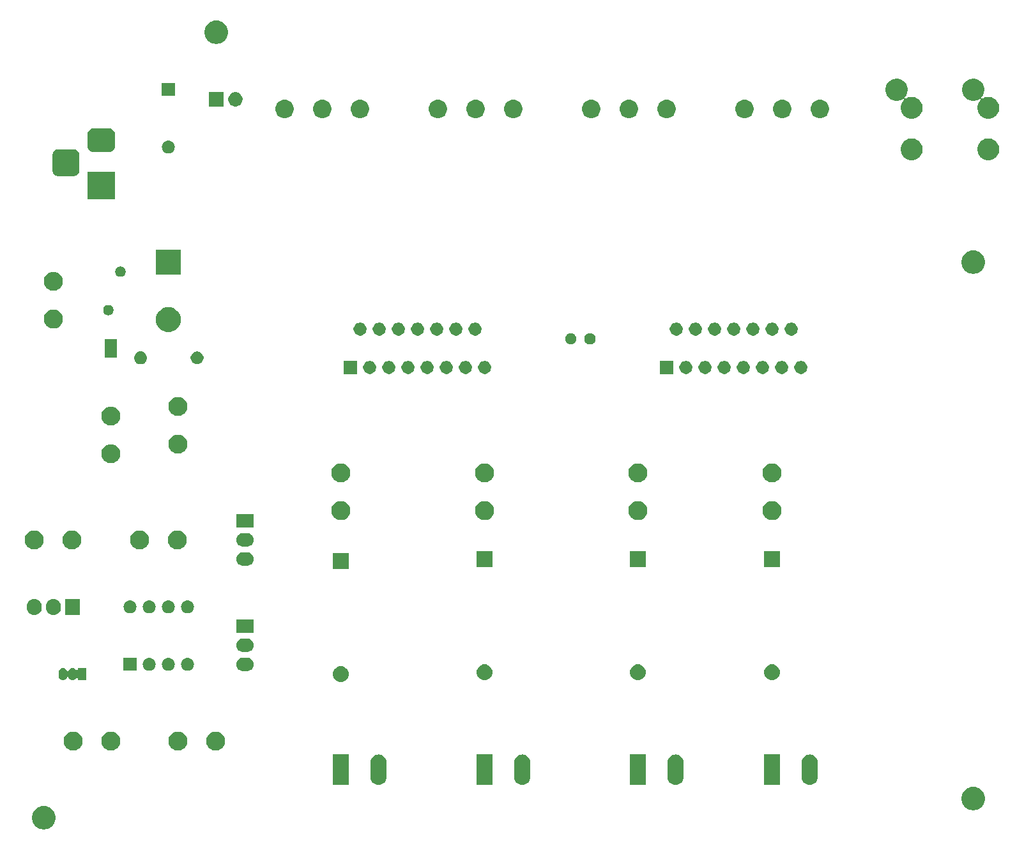
<source format=gbr>
G04 #@! TF.GenerationSoftware,KiCad,Pcbnew,(5.1.4)-1*
G04 #@! TF.CreationDate,2019-11-15T12:49:53-05:00*
G04 #@! TF.ProjectId,ffb,6666622e-6b69-4636-9164-5f7063625858,rev?*
G04 #@! TF.SameCoordinates,Original*
G04 #@! TF.FileFunction,Soldermask,Top*
G04 #@! TF.FilePolarity,Negative*
%FSLAX46Y46*%
G04 Gerber Fmt 4.6, Leading zero omitted, Abs format (unit mm)*
G04 Created by KiCad (PCBNEW (5.1.4)-1) date 2019-11-15 12:49:53*
%MOMM*%
%LPD*%
G04 APERTURE LIST*
%ADD10C,0.100000*%
G04 APERTURE END LIST*
D10*
G36*
X53642585Y-134368802D02*
G01*
X53792410Y-134398604D01*
X54074674Y-134515521D01*
X54328705Y-134685259D01*
X54544741Y-134901295D01*
X54714479Y-135155326D01*
X54831396Y-135437590D01*
X54891000Y-135737240D01*
X54891000Y-136042760D01*
X54831396Y-136342410D01*
X54714479Y-136624674D01*
X54544741Y-136878705D01*
X54328705Y-137094741D01*
X54074674Y-137264479D01*
X53792410Y-137381396D01*
X53642585Y-137411198D01*
X53492761Y-137441000D01*
X53187239Y-137441000D01*
X53037415Y-137411198D01*
X52887590Y-137381396D01*
X52605326Y-137264479D01*
X52351295Y-137094741D01*
X52135259Y-136878705D01*
X51965521Y-136624674D01*
X51848604Y-136342410D01*
X51789000Y-136042760D01*
X51789000Y-135737240D01*
X51848604Y-135437590D01*
X51965521Y-135155326D01*
X52135259Y-134901295D01*
X52351295Y-134685259D01*
X52605326Y-134515521D01*
X52887590Y-134398604D01*
X53037415Y-134368802D01*
X53187239Y-134339000D01*
X53492761Y-134339000D01*
X53642585Y-134368802D01*
X53642585Y-134368802D01*
G37*
G36*
X176832585Y-131828802D02*
G01*
X176982410Y-131858604D01*
X177264674Y-131975521D01*
X177518705Y-132145259D01*
X177734741Y-132361295D01*
X177904479Y-132615326D01*
X178021396Y-132897590D01*
X178081000Y-133197240D01*
X178081000Y-133502760D01*
X178021396Y-133802410D01*
X177904479Y-134084674D01*
X177734741Y-134338705D01*
X177518705Y-134554741D01*
X177264674Y-134724479D01*
X176982410Y-134841396D01*
X176832585Y-134871198D01*
X176682761Y-134901000D01*
X176377239Y-134901000D01*
X176227415Y-134871198D01*
X176077590Y-134841396D01*
X175795326Y-134724479D01*
X175541295Y-134554741D01*
X175325259Y-134338705D01*
X175155521Y-134084674D01*
X175038604Y-133802410D01*
X174979000Y-133502760D01*
X174979000Y-133197240D01*
X175038604Y-132897590D01*
X175155521Y-132615326D01*
X175325259Y-132361295D01*
X175541295Y-132145259D01*
X175795326Y-131975521D01*
X176077590Y-131858604D01*
X176227415Y-131828802D01*
X176377239Y-131799000D01*
X176682761Y-131799000D01*
X176832585Y-131828802D01*
X176832585Y-131828802D01*
G37*
G36*
X155064071Y-127524063D02*
G01*
X155260300Y-127583589D01*
X155441146Y-127680253D01*
X155482437Y-127714140D01*
X155599660Y-127810340D01*
X155729748Y-127968855D01*
X155826410Y-128149697D01*
X155826411Y-128149699D01*
X155885937Y-128345928D01*
X155901000Y-128498868D01*
X155901000Y-130581132D01*
X155885937Y-130734072D01*
X155826411Y-130930301D01*
X155826410Y-130930303D01*
X155729748Y-131111145D01*
X155599660Y-131269660D01*
X155441145Y-131399748D01*
X155260303Y-131496410D01*
X155260301Y-131496411D01*
X155064072Y-131555937D01*
X154860000Y-131576036D01*
X154655929Y-131555937D01*
X154459700Y-131496411D01*
X154459698Y-131496410D01*
X154278856Y-131399748D01*
X154120341Y-131269660D01*
X153990253Y-131111145D01*
X153893591Y-130930303D01*
X153893590Y-130930301D01*
X153834064Y-130734072D01*
X153819001Y-130581132D01*
X153819000Y-128498869D01*
X153834063Y-128345929D01*
X153893589Y-128149700D01*
X153990253Y-127968854D01*
X154024140Y-127927563D01*
X154120340Y-127810340D01*
X154278855Y-127680252D01*
X154459697Y-127583590D01*
X154459699Y-127583589D01*
X154655928Y-127524063D01*
X154860000Y-127503964D01*
X155064071Y-127524063D01*
X155064071Y-127524063D01*
G37*
G36*
X97914071Y-127524063D02*
G01*
X98110300Y-127583589D01*
X98291146Y-127680253D01*
X98332437Y-127714140D01*
X98449660Y-127810340D01*
X98579748Y-127968855D01*
X98676410Y-128149697D01*
X98676411Y-128149699D01*
X98735937Y-128345928D01*
X98751000Y-128498868D01*
X98751000Y-130581132D01*
X98735937Y-130734072D01*
X98676411Y-130930301D01*
X98676410Y-130930303D01*
X98579748Y-131111145D01*
X98449660Y-131269660D01*
X98291145Y-131399748D01*
X98110303Y-131496410D01*
X98110301Y-131496411D01*
X97914072Y-131555937D01*
X97710000Y-131576036D01*
X97505929Y-131555937D01*
X97309700Y-131496411D01*
X97309698Y-131496410D01*
X97128856Y-131399748D01*
X96970341Y-131269660D01*
X96840253Y-131111145D01*
X96743591Y-130930303D01*
X96743590Y-130930301D01*
X96684064Y-130734072D01*
X96669001Y-130581132D01*
X96669000Y-128498869D01*
X96684063Y-128345929D01*
X96743589Y-128149700D01*
X96840253Y-127968854D01*
X96874140Y-127927563D01*
X96970340Y-127810340D01*
X97128855Y-127680252D01*
X97309697Y-127583590D01*
X97309699Y-127583589D01*
X97505928Y-127524063D01*
X97710000Y-127503964D01*
X97914071Y-127524063D01*
X97914071Y-127524063D01*
G37*
G36*
X137284071Y-127524063D02*
G01*
X137480300Y-127583589D01*
X137661146Y-127680253D01*
X137702437Y-127714140D01*
X137819660Y-127810340D01*
X137949748Y-127968855D01*
X138046410Y-128149697D01*
X138046411Y-128149699D01*
X138105937Y-128345928D01*
X138121000Y-128498868D01*
X138121000Y-130581132D01*
X138105937Y-130734072D01*
X138046411Y-130930301D01*
X138046410Y-130930303D01*
X137949748Y-131111145D01*
X137819660Y-131269660D01*
X137661145Y-131399748D01*
X137480303Y-131496410D01*
X137480301Y-131496411D01*
X137284072Y-131555937D01*
X137080000Y-131576036D01*
X136875929Y-131555937D01*
X136679700Y-131496411D01*
X136679698Y-131496410D01*
X136498856Y-131399748D01*
X136340341Y-131269660D01*
X136210253Y-131111145D01*
X136113591Y-130930303D01*
X136113590Y-130930301D01*
X136054064Y-130734072D01*
X136039001Y-130581132D01*
X136039000Y-128498869D01*
X136054063Y-128345929D01*
X136113589Y-128149700D01*
X136210253Y-127968854D01*
X136244140Y-127927563D01*
X136340340Y-127810340D01*
X136498855Y-127680252D01*
X136679697Y-127583590D01*
X136679699Y-127583589D01*
X136875928Y-127524063D01*
X137080000Y-127503964D01*
X137284071Y-127524063D01*
X137284071Y-127524063D01*
G37*
G36*
X116964071Y-127524063D02*
G01*
X117160300Y-127583589D01*
X117341146Y-127680253D01*
X117382437Y-127714140D01*
X117499660Y-127810340D01*
X117629748Y-127968855D01*
X117726410Y-128149697D01*
X117726411Y-128149699D01*
X117785937Y-128345928D01*
X117801000Y-128498868D01*
X117801000Y-130581132D01*
X117785937Y-130734072D01*
X117726411Y-130930301D01*
X117726410Y-130930303D01*
X117629748Y-131111145D01*
X117499660Y-131269660D01*
X117341145Y-131399748D01*
X117160303Y-131496410D01*
X117160301Y-131496411D01*
X116964072Y-131555937D01*
X116760000Y-131576036D01*
X116555929Y-131555937D01*
X116359700Y-131496411D01*
X116359698Y-131496410D01*
X116178856Y-131399748D01*
X116020341Y-131269660D01*
X115890253Y-131111145D01*
X115793591Y-130930303D01*
X115793590Y-130930301D01*
X115734064Y-130734072D01*
X115719001Y-130581132D01*
X115719000Y-128498869D01*
X115734063Y-128345929D01*
X115793589Y-128149700D01*
X115890253Y-127968854D01*
X115924140Y-127927563D01*
X116020340Y-127810340D01*
X116178855Y-127680252D01*
X116359697Y-127583590D01*
X116359699Y-127583589D01*
X116555928Y-127524063D01*
X116760000Y-127503964D01*
X116964071Y-127524063D01*
X116964071Y-127524063D01*
G37*
G36*
X133121000Y-131571000D02*
G01*
X131039000Y-131571000D01*
X131039000Y-127509000D01*
X133121000Y-127509000D01*
X133121000Y-131571000D01*
X133121000Y-131571000D01*
G37*
G36*
X93751000Y-131571000D02*
G01*
X91669000Y-131571000D01*
X91669000Y-127509000D01*
X93751000Y-127509000D01*
X93751000Y-131571000D01*
X93751000Y-131571000D01*
G37*
G36*
X150901000Y-131571000D02*
G01*
X148819000Y-131571000D01*
X148819000Y-127509000D01*
X150901000Y-127509000D01*
X150901000Y-131571000D01*
X150901000Y-131571000D01*
G37*
G36*
X112801000Y-131571000D02*
G01*
X110719000Y-131571000D01*
X110719000Y-127509000D01*
X112801000Y-127509000D01*
X112801000Y-131571000D01*
X112801000Y-131571000D01*
G37*
G36*
X76484903Y-124527075D02*
G01*
X76712571Y-124621378D01*
X76917466Y-124758285D01*
X77091715Y-124932534D01*
X77228622Y-125137429D01*
X77322925Y-125365097D01*
X77371000Y-125606787D01*
X77371000Y-125853213D01*
X77322925Y-126094903D01*
X77228622Y-126322571D01*
X77091715Y-126527466D01*
X76917466Y-126701715D01*
X76712571Y-126838622D01*
X76712570Y-126838623D01*
X76712569Y-126838623D01*
X76484903Y-126932925D01*
X76243214Y-126981000D01*
X75996786Y-126981000D01*
X75755097Y-126932925D01*
X75527431Y-126838623D01*
X75527430Y-126838623D01*
X75527429Y-126838622D01*
X75322534Y-126701715D01*
X75148285Y-126527466D01*
X75011378Y-126322571D01*
X74917075Y-126094903D01*
X74869000Y-125853213D01*
X74869000Y-125606787D01*
X74917075Y-125365097D01*
X75011378Y-125137429D01*
X75148285Y-124932534D01*
X75322534Y-124758285D01*
X75527429Y-124621378D01*
X75755097Y-124527075D01*
X75996786Y-124479000D01*
X76243214Y-124479000D01*
X76484903Y-124527075D01*
X76484903Y-124527075D01*
G37*
G36*
X71484903Y-124527075D02*
G01*
X71712571Y-124621378D01*
X71917466Y-124758285D01*
X72091715Y-124932534D01*
X72228622Y-125137429D01*
X72322925Y-125365097D01*
X72371000Y-125606787D01*
X72371000Y-125853213D01*
X72322925Y-126094903D01*
X72228622Y-126322571D01*
X72091715Y-126527466D01*
X71917466Y-126701715D01*
X71712571Y-126838622D01*
X71712570Y-126838623D01*
X71712569Y-126838623D01*
X71484903Y-126932925D01*
X71243214Y-126981000D01*
X70996786Y-126981000D01*
X70755097Y-126932925D01*
X70527431Y-126838623D01*
X70527430Y-126838623D01*
X70527429Y-126838622D01*
X70322534Y-126701715D01*
X70148285Y-126527466D01*
X70011378Y-126322571D01*
X69917075Y-126094903D01*
X69869000Y-125853213D01*
X69869000Y-125606787D01*
X69917075Y-125365097D01*
X70011378Y-125137429D01*
X70148285Y-124932534D01*
X70322534Y-124758285D01*
X70527429Y-124621378D01*
X70755097Y-124527075D01*
X70996786Y-124479000D01*
X71243214Y-124479000D01*
X71484903Y-124527075D01*
X71484903Y-124527075D01*
G37*
G36*
X62594903Y-124527075D02*
G01*
X62822571Y-124621378D01*
X63027466Y-124758285D01*
X63201715Y-124932534D01*
X63338622Y-125137429D01*
X63432925Y-125365097D01*
X63481000Y-125606787D01*
X63481000Y-125853213D01*
X63432925Y-126094903D01*
X63338622Y-126322571D01*
X63201715Y-126527466D01*
X63027466Y-126701715D01*
X62822571Y-126838622D01*
X62822570Y-126838623D01*
X62822569Y-126838623D01*
X62594903Y-126932925D01*
X62353214Y-126981000D01*
X62106786Y-126981000D01*
X61865097Y-126932925D01*
X61637431Y-126838623D01*
X61637430Y-126838623D01*
X61637429Y-126838622D01*
X61432534Y-126701715D01*
X61258285Y-126527466D01*
X61121378Y-126322571D01*
X61027075Y-126094903D01*
X60979000Y-125853213D01*
X60979000Y-125606787D01*
X61027075Y-125365097D01*
X61121378Y-125137429D01*
X61258285Y-124932534D01*
X61432534Y-124758285D01*
X61637429Y-124621378D01*
X61865097Y-124527075D01*
X62106786Y-124479000D01*
X62353214Y-124479000D01*
X62594903Y-124527075D01*
X62594903Y-124527075D01*
G37*
G36*
X57594903Y-124527075D02*
G01*
X57822571Y-124621378D01*
X58027466Y-124758285D01*
X58201715Y-124932534D01*
X58338622Y-125137429D01*
X58432925Y-125365097D01*
X58481000Y-125606787D01*
X58481000Y-125853213D01*
X58432925Y-126094903D01*
X58338622Y-126322571D01*
X58201715Y-126527466D01*
X58027466Y-126701715D01*
X57822571Y-126838622D01*
X57822570Y-126838623D01*
X57822569Y-126838623D01*
X57594903Y-126932925D01*
X57353214Y-126981000D01*
X57106786Y-126981000D01*
X56865097Y-126932925D01*
X56637431Y-126838623D01*
X56637430Y-126838623D01*
X56637429Y-126838622D01*
X56432534Y-126701715D01*
X56258285Y-126527466D01*
X56121378Y-126322571D01*
X56027075Y-126094903D01*
X55979000Y-125853213D01*
X55979000Y-125606787D01*
X56027075Y-125365097D01*
X56121378Y-125137429D01*
X56258285Y-124932534D01*
X56432534Y-124758285D01*
X56637429Y-124621378D01*
X56865097Y-124527075D01*
X57106786Y-124479000D01*
X57353214Y-124479000D01*
X57594903Y-124527075D01*
X57594903Y-124527075D01*
G37*
G36*
X92813097Y-115794069D02*
G01*
X92916032Y-115804207D01*
X93114146Y-115864305D01*
X93114149Y-115864306D01*
X93210975Y-115916061D01*
X93296729Y-115961897D01*
X93456765Y-116093235D01*
X93588103Y-116253271D01*
X93602926Y-116281004D01*
X93685694Y-116435851D01*
X93685695Y-116435854D01*
X93745793Y-116633968D01*
X93766085Y-116840000D01*
X93745793Y-117046032D01*
X93705787Y-117177913D01*
X93685694Y-117244149D01*
X93663061Y-117286492D01*
X93588103Y-117426729D01*
X93456765Y-117586765D01*
X93296729Y-117718103D01*
X93210975Y-117763939D01*
X93114149Y-117815694D01*
X93114146Y-117815695D01*
X92916032Y-117875793D01*
X92813097Y-117885931D01*
X92761631Y-117891000D01*
X92658369Y-117891000D01*
X92606903Y-117885931D01*
X92503968Y-117875793D01*
X92305854Y-117815695D01*
X92305851Y-117815694D01*
X92209025Y-117763939D01*
X92123271Y-117718103D01*
X91963235Y-117586765D01*
X91831897Y-117426729D01*
X91756939Y-117286492D01*
X91734306Y-117244149D01*
X91714213Y-117177913D01*
X91674207Y-117046032D01*
X91653915Y-116840000D01*
X91674207Y-116633968D01*
X91734305Y-116435854D01*
X91734306Y-116435851D01*
X91817074Y-116281004D01*
X91831897Y-116253271D01*
X91963235Y-116093235D01*
X92123271Y-115961897D01*
X92209025Y-115916061D01*
X92305851Y-115864306D01*
X92305854Y-115864305D01*
X92503968Y-115804207D01*
X92606903Y-115794069D01*
X92658369Y-115789000D01*
X92761631Y-115789000D01*
X92813097Y-115794069D01*
X92813097Y-115794069D01*
G37*
G36*
X149963097Y-115554069D02*
G01*
X150066032Y-115564207D01*
X150264146Y-115624305D01*
X150264149Y-115624306D01*
X150360975Y-115676061D01*
X150446729Y-115721897D01*
X150606765Y-115853235D01*
X150738103Y-116013271D01*
X150780844Y-116093235D01*
X150835694Y-116195851D01*
X150835695Y-116195854D01*
X150895793Y-116393968D01*
X150916085Y-116600000D01*
X150895793Y-116806032D01*
X150835695Y-117004146D01*
X150835694Y-117004149D01*
X150813308Y-117046030D01*
X150738103Y-117186729D01*
X150606765Y-117346765D01*
X150446729Y-117478103D01*
X150360975Y-117523939D01*
X150264149Y-117575694D01*
X150264146Y-117575695D01*
X150066032Y-117635793D01*
X149984876Y-117643786D01*
X149911631Y-117651000D01*
X149808369Y-117651000D01*
X149735124Y-117643786D01*
X149653968Y-117635793D01*
X149455854Y-117575695D01*
X149455851Y-117575694D01*
X149359025Y-117523939D01*
X149273271Y-117478103D01*
X149113235Y-117346765D01*
X148981897Y-117186729D01*
X148906692Y-117046030D01*
X148884306Y-117004149D01*
X148884305Y-117004146D01*
X148824207Y-116806032D01*
X148803915Y-116600000D01*
X148824207Y-116393968D01*
X148884305Y-116195854D01*
X148884306Y-116195851D01*
X148939156Y-116093235D01*
X148981897Y-116013271D01*
X149113235Y-115853235D01*
X149273271Y-115721897D01*
X149359025Y-115676061D01*
X149455851Y-115624306D01*
X149455854Y-115624305D01*
X149653968Y-115564207D01*
X149756903Y-115554069D01*
X149808369Y-115549000D01*
X149911631Y-115549000D01*
X149963097Y-115554069D01*
X149963097Y-115554069D01*
G37*
G36*
X111863097Y-115554069D02*
G01*
X111966032Y-115564207D01*
X112164146Y-115624305D01*
X112164149Y-115624306D01*
X112260975Y-115676061D01*
X112346729Y-115721897D01*
X112506765Y-115853235D01*
X112638103Y-116013271D01*
X112680844Y-116093235D01*
X112735694Y-116195851D01*
X112735695Y-116195854D01*
X112795793Y-116393968D01*
X112816085Y-116600000D01*
X112795793Y-116806032D01*
X112735695Y-117004146D01*
X112735694Y-117004149D01*
X112713308Y-117046030D01*
X112638103Y-117186729D01*
X112506765Y-117346765D01*
X112346729Y-117478103D01*
X112260975Y-117523939D01*
X112164149Y-117575694D01*
X112164146Y-117575695D01*
X111966032Y-117635793D01*
X111884876Y-117643786D01*
X111811631Y-117651000D01*
X111708369Y-117651000D01*
X111635124Y-117643786D01*
X111553968Y-117635793D01*
X111355854Y-117575695D01*
X111355851Y-117575694D01*
X111259025Y-117523939D01*
X111173271Y-117478103D01*
X111013235Y-117346765D01*
X110881897Y-117186729D01*
X110806692Y-117046030D01*
X110784306Y-117004149D01*
X110784305Y-117004146D01*
X110724207Y-116806032D01*
X110703915Y-116600000D01*
X110724207Y-116393968D01*
X110784305Y-116195854D01*
X110784306Y-116195851D01*
X110839156Y-116093235D01*
X110881897Y-116013271D01*
X111013235Y-115853235D01*
X111173271Y-115721897D01*
X111259025Y-115676061D01*
X111355851Y-115624306D01*
X111355854Y-115624305D01*
X111553968Y-115564207D01*
X111656903Y-115554069D01*
X111708369Y-115549000D01*
X111811631Y-115549000D01*
X111863097Y-115554069D01*
X111863097Y-115554069D01*
G37*
G36*
X132183097Y-115554069D02*
G01*
X132286032Y-115564207D01*
X132484146Y-115624305D01*
X132484149Y-115624306D01*
X132580975Y-115676061D01*
X132666729Y-115721897D01*
X132826765Y-115853235D01*
X132958103Y-116013271D01*
X133000844Y-116093235D01*
X133055694Y-116195851D01*
X133055695Y-116195854D01*
X133115793Y-116393968D01*
X133136085Y-116600000D01*
X133115793Y-116806032D01*
X133055695Y-117004146D01*
X133055694Y-117004149D01*
X133033308Y-117046030D01*
X132958103Y-117186729D01*
X132826765Y-117346765D01*
X132666729Y-117478103D01*
X132580975Y-117523939D01*
X132484149Y-117575694D01*
X132484146Y-117575695D01*
X132286032Y-117635793D01*
X132204876Y-117643786D01*
X132131631Y-117651000D01*
X132028369Y-117651000D01*
X131955124Y-117643786D01*
X131873968Y-117635793D01*
X131675854Y-117575695D01*
X131675851Y-117575694D01*
X131579025Y-117523939D01*
X131493271Y-117478103D01*
X131333235Y-117346765D01*
X131201897Y-117186729D01*
X131126692Y-117046030D01*
X131104306Y-117004149D01*
X131104305Y-117004146D01*
X131044207Y-116806032D01*
X131023915Y-116600000D01*
X131044207Y-116393968D01*
X131104305Y-116195854D01*
X131104306Y-116195851D01*
X131159156Y-116093235D01*
X131201897Y-116013271D01*
X131333235Y-115853235D01*
X131493271Y-115721897D01*
X131579025Y-115676061D01*
X131675851Y-115624306D01*
X131675854Y-115624305D01*
X131873968Y-115564207D01*
X131976903Y-115554069D01*
X132028369Y-115549000D01*
X132131631Y-115549000D01*
X132183097Y-115554069D01*
X132183097Y-115554069D01*
G37*
G36*
X57262916Y-116047334D02*
G01*
X57371492Y-116080271D01*
X57371495Y-116080272D01*
X57407601Y-116099571D01*
X57471557Y-116133756D01*
X57559264Y-116205736D01*
X57622383Y-116282646D01*
X57639702Y-116299965D01*
X57660077Y-116313579D01*
X57682716Y-116322957D01*
X57706749Y-116327737D01*
X57731253Y-116327737D01*
X57755286Y-116322957D01*
X57777925Y-116313579D01*
X57798299Y-116299966D01*
X57815626Y-116282639D01*
X57829240Y-116262264D01*
X57838618Y-116239625D01*
X57843398Y-116215592D01*
X57844000Y-116203340D01*
X57844000Y-116039000D01*
X58996000Y-116039000D01*
X58996000Y-117641000D01*
X57844000Y-117641000D01*
X57844000Y-117476660D01*
X57841598Y-117452274D01*
X57834485Y-117428825D01*
X57822934Y-117407214D01*
X57807389Y-117388272D01*
X57788447Y-117372727D01*
X57766836Y-117361176D01*
X57743387Y-117354063D01*
X57719001Y-117351661D01*
X57694615Y-117354063D01*
X57671166Y-117361176D01*
X57649555Y-117372727D01*
X57622381Y-117397356D01*
X57559264Y-117474264D01*
X57471556Y-117546244D01*
X57416458Y-117575694D01*
X57371494Y-117599728D01*
X57371491Y-117599729D01*
X57262915Y-117632666D01*
X57150000Y-117643787D01*
X57037084Y-117632666D01*
X56928508Y-117599729D01*
X56928505Y-117599728D01*
X56883541Y-117575694D01*
X56828443Y-117546244D01*
X56740736Y-117474264D01*
X56668756Y-117386556D01*
X56625239Y-117305140D01*
X56611625Y-117284766D01*
X56594298Y-117267439D01*
X56573924Y-117253825D01*
X56551285Y-117244448D01*
X56527251Y-117239668D01*
X56502747Y-117239668D01*
X56478714Y-117244449D01*
X56456075Y-117253826D01*
X56435701Y-117267440D01*
X56418374Y-117284767D01*
X56404762Y-117305140D01*
X56361244Y-117386557D01*
X56289264Y-117474264D01*
X56201556Y-117546244D01*
X56146458Y-117575694D01*
X56101494Y-117599728D01*
X56101491Y-117599729D01*
X55992915Y-117632666D01*
X55880000Y-117643787D01*
X55767084Y-117632666D01*
X55658508Y-117599729D01*
X55658505Y-117599728D01*
X55613541Y-117575694D01*
X55558443Y-117546244D01*
X55470736Y-117474264D01*
X55398756Y-117386556D01*
X55355239Y-117305140D01*
X55345272Y-117286494D01*
X55339492Y-117267440D01*
X55312334Y-117177915D01*
X55304000Y-117093297D01*
X55304000Y-116586702D01*
X55312334Y-116502084D01*
X55345271Y-116393508D01*
X55345272Y-116393505D01*
X55398756Y-116293445D01*
X55398757Y-116293443D01*
X55470737Y-116205736D01*
X55558444Y-116133756D01*
X55622400Y-116099571D01*
X55658506Y-116080272D01*
X55658509Y-116080271D01*
X55767085Y-116047334D01*
X55880000Y-116036213D01*
X55992916Y-116047334D01*
X56101492Y-116080271D01*
X56101495Y-116080272D01*
X56137601Y-116099571D01*
X56201557Y-116133756D01*
X56289264Y-116205736D01*
X56361244Y-116293443D01*
X56396832Y-116360025D01*
X56404761Y-116374859D01*
X56418375Y-116395234D01*
X56435702Y-116412561D01*
X56456076Y-116426174D01*
X56478715Y-116435552D01*
X56502748Y-116440332D01*
X56527252Y-116440332D01*
X56551285Y-116435552D01*
X56573924Y-116426174D01*
X56594299Y-116412560D01*
X56611626Y-116395233D01*
X56625239Y-116374859D01*
X56668756Y-116293445D01*
X56668757Y-116293443D01*
X56740737Y-116205736D01*
X56828444Y-116133756D01*
X56892400Y-116099571D01*
X56928506Y-116080272D01*
X56928509Y-116080271D01*
X57037085Y-116047334D01*
X57150000Y-116036213D01*
X57262916Y-116047334D01*
X57262916Y-116047334D01*
G37*
G36*
X80330345Y-114653442D02*
G01*
X80420548Y-114662326D01*
X80594157Y-114714990D01*
X80754156Y-114800511D01*
X80797729Y-114836271D01*
X80894397Y-114915603D01*
X80973729Y-115012271D01*
X81009489Y-115055844D01*
X81095010Y-115215843D01*
X81147674Y-115389452D01*
X81165456Y-115570000D01*
X81147674Y-115750548D01*
X81095010Y-115924157D01*
X81009489Y-116084156D01*
X80973729Y-116127729D01*
X80894397Y-116224397D01*
X80797729Y-116303729D01*
X80754156Y-116339489D01*
X80594157Y-116425010D01*
X80420548Y-116477674D01*
X80330345Y-116486558D01*
X80285245Y-116491000D01*
X79734755Y-116491000D01*
X79689655Y-116486558D01*
X79599452Y-116477674D01*
X79425843Y-116425010D01*
X79265844Y-116339489D01*
X79222271Y-116303729D01*
X79125603Y-116224397D01*
X79046271Y-116127729D01*
X79010511Y-116084156D01*
X78924990Y-115924157D01*
X78872326Y-115750548D01*
X78854544Y-115570000D01*
X78872326Y-115389452D01*
X78924990Y-115215843D01*
X79010511Y-115055844D01*
X79046271Y-115012271D01*
X79125603Y-114915603D01*
X79222271Y-114836271D01*
X79265844Y-114800511D01*
X79425843Y-114714990D01*
X79599452Y-114662326D01*
X79689655Y-114653442D01*
X79734755Y-114649000D01*
X80285245Y-114649000D01*
X80330345Y-114653442D01*
X80330345Y-114653442D01*
G37*
G36*
X72556823Y-114731313D02*
G01*
X72717242Y-114779976D01*
X72849906Y-114850886D01*
X72865078Y-114858996D01*
X72994659Y-114965341D01*
X73101004Y-115094922D01*
X73101005Y-115094924D01*
X73180024Y-115242758D01*
X73228687Y-115403177D01*
X73245117Y-115570000D01*
X73228687Y-115736823D01*
X73180024Y-115897242D01*
X73145465Y-115961897D01*
X73101004Y-116045078D01*
X72994659Y-116174659D01*
X72865078Y-116281004D01*
X72865076Y-116281005D01*
X72717242Y-116360024D01*
X72556823Y-116408687D01*
X72431804Y-116421000D01*
X72348196Y-116421000D01*
X72223177Y-116408687D01*
X72062758Y-116360024D01*
X71914924Y-116281005D01*
X71914922Y-116281004D01*
X71785341Y-116174659D01*
X71678996Y-116045078D01*
X71634535Y-115961897D01*
X71599976Y-115897242D01*
X71551313Y-115736823D01*
X71534883Y-115570000D01*
X71551313Y-115403177D01*
X71599976Y-115242758D01*
X71678995Y-115094924D01*
X71678996Y-115094922D01*
X71785341Y-114965341D01*
X71914922Y-114858996D01*
X71930094Y-114850886D01*
X72062758Y-114779976D01*
X72223177Y-114731313D01*
X72348196Y-114719000D01*
X72431804Y-114719000D01*
X72556823Y-114731313D01*
X72556823Y-114731313D01*
G37*
G36*
X65621000Y-116421000D02*
G01*
X63919000Y-116421000D01*
X63919000Y-114719000D01*
X65621000Y-114719000D01*
X65621000Y-116421000D01*
X65621000Y-116421000D01*
G37*
G36*
X67476823Y-114731313D02*
G01*
X67637242Y-114779976D01*
X67769906Y-114850886D01*
X67785078Y-114858996D01*
X67914659Y-114965341D01*
X68021004Y-115094922D01*
X68021005Y-115094924D01*
X68100024Y-115242758D01*
X68148687Y-115403177D01*
X68165117Y-115570000D01*
X68148687Y-115736823D01*
X68100024Y-115897242D01*
X68065465Y-115961897D01*
X68021004Y-116045078D01*
X67914659Y-116174659D01*
X67785078Y-116281004D01*
X67785076Y-116281005D01*
X67637242Y-116360024D01*
X67476823Y-116408687D01*
X67351804Y-116421000D01*
X67268196Y-116421000D01*
X67143177Y-116408687D01*
X66982758Y-116360024D01*
X66834924Y-116281005D01*
X66834922Y-116281004D01*
X66705341Y-116174659D01*
X66598996Y-116045078D01*
X66554535Y-115961897D01*
X66519976Y-115897242D01*
X66471313Y-115736823D01*
X66454883Y-115570000D01*
X66471313Y-115403177D01*
X66519976Y-115242758D01*
X66598995Y-115094924D01*
X66598996Y-115094922D01*
X66705341Y-114965341D01*
X66834922Y-114858996D01*
X66850094Y-114850886D01*
X66982758Y-114779976D01*
X67143177Y-114731313D01*
X67268196Y-114719000D01*
X67351804Y-114719000D01*
X67476823Y-114731313D01*
X67476823Y-114731313D01*
G37*
G36*
X70016823Y-114731313D02*
G01*
X70177242Y-114779976D01*
X70309906Y-114850886D01*
X70325078Y-114858996D01*
X70454659Y-114965341D01*
X70561004Y-115094922D01*
X70561005Y-115094924D01*
X70640024Y-115242758D01*
X70688687Y-115403177D01*
X70705117Y-115570000D01*
X70688687Y-115736823D01*
X70640024Y-115897242D01*
X70605465Y-115961897D01*
X70561004Y-116045078D01*
X70454659Y-116174659D01*
X70325078Y-116281004D01*
X70325076Y-116281005D01*
X70177242Y-116360024D01*
X70016823Y-116408687D01*
X69891804Y-116421000D01*
X69808196Y-116421000D01*
X69683177Y-116408687D01*
X69522758Y-116360024D01*
X69374924Y-116281005D01*
X69374922Y-116281004D01*
X69245341Y-116174659D01*
X69138996Y-116045078D01*
X69094535Y-115961897D01*
X69059976Y-115897242D01*
X69011313Y-115736823D01*
X68994883Y-115570000D01*
X69011313Y-115403177D01*
X69059976Y-115242758D01*
X69138995Y-115094924D01*
X69138996Y-115094922D01*
X69245341Y-114965341D01*
X69374922Y-114858996D01*
X69390094Y-114850886D01*
X69522758Y-114779976D01*
X69683177Y-114731313D01*
X69808196Y-114719000D01*
X69891804Y-114719000D01*
X70016823Y-114731313D01*
X70016823Y-114731313D01*
G37*
G36*
X80330345Y-112113442D02*
G01*
X80420548Y-112122326D01*
X80594157Y-112174990D01*
X80754156Y-112260511D01*
X80797729Y-112296271D01*
X80894397Y-112375603D01*
X80973729Y-112472271D01*
X81009489Y-112515844D01*
X81095010Y-112675843D01*
X81147674Y-112849452D01*
X81165456Y-113030000D01*
X81147674Y-113210548D01*
X81095010Y-113384157D01*
X81009489Y-113544156D01*
X80973729Y-113587729D01*
X80894397Y-113684397D01*
X80797729Y-113763729D01*
X80754156Y-113799489D01*
X80594157Y-113885010D01*
X80420548Y-113937674D01*
X80330345Y-113946558D01*
X80285245Y-113951000D01*
X79734755Y-113951000D01*
X79689655Y-113946558D01*
X79599452Y-113937674D01*
X79425843Y-113885010D01*
X79265844Y-113799489D01*
X79222271Y-113763729D01*
X79125603Y-113684397D01*
X79046271Y-113587729D01*
X79010511Y-113544156D01*
X78924990Y-113384157D01*
X78872326Y-113210548D01*
X78854544Y-113030000D01*
X78872326Y-112849452D01*
X78924990Y-112675843D01*
X79010511Y-112515844D01*
X79046271Y-112472271D01*
X79125603Y-112375603D01*
X79222271Y-112296271D01*
X79265844Y-112260511D01*
X79425843Y-112174990D01*
X79599452Y-112122326D01*
X79689655Y-112113442D01*
X79734755Y-112109000D01*
X80285245Y-112109000D01*
X80330345Y-112113442D01*
X80330345Y-112113442D01*
G37*
G36*
X81019561Y-109572966D02*
G01*
X81052383Y-109582923D01*
X81082632Y-109599092D01*
X81109148Y-109620852D01*
X81130908Y-109647368D01*
X81147077Y-109677617D01*
X81157034Y-109710439D01*
X81161000Y-109750713D01*
X81161000Y-111229287D01*
X81157034Y-111269561D01*
X81147077Y-111302383D01*
X81130908Y-111332632D01*
X81109148Y-111359148D01*
X81082632Y-111380908D01*
X81052383Y-111397077D01*
X81019561Y-111407034D01*
X80979287Y-111411000D01*
X79040713Y-111411000D01*
X79000439Y-111407034D01*
X78967617Y-111397077D01*
X78937368Y-111380908D01*
X78910852Y-111359148D01*
X78889092Y-111332632D01*
X78872923Y-111302383D01*
X78862966Y-111269561D01*
X78859000Y-111229287D01*
X78859000Y-109750713D01*
X78862966Y-109710439D01*
X78872923Y-109677617D01*
X78889092Y-109647368D01*
X78910852Y-109620852D01*
X78937368Y-109599092D01*
X78967617Y-109582923D01*
X79000439Y-109572966D01*
X79040713Y-109569000D01*
X80979287Y-109569000D01*
X81019561Y-109572966D01*
X81019561Y-109572966D01*
G37*
G36*
X52266720Y-106913520D02*
G01*
X52455881Y-106970901D01*
X52630212Y-107064083D01*
X52783015Y-107189485D01*
X52908417Y-107342288D01*
X52952182Y-107424167D01*
X53001598Y-107516617D01*
X53001599Y-107516620D01*
X53058980Y-107705781D01*
X53073500Y-107853207D01*
X53073500Y-108046794D01*
X53058980Y-108194220D01*
X53001599Y-108383381D01*
X52908417Y-108557712D01*
X52783015Y-108710515D01*
X52630212Y-108835917D01*
X52548333Y-108879682D01*
X52455883Y-108929098D01*
X52455880Y-108929099D01*
X52266719Y-108986480D01*
X52070000Y-109005855D01*
X51873280Y-108986480D01*
X51684119Y-108929099D01*
X51509788Y-108835917D01*
X51356985Y-108710515D01*
X51231583Y-108557712D01*
X51160688Y-108425076D01*
X51138402Y-108383383D01*
X51106204Y-108277239D01*
X51081020Y-108194219D01*
X51066500Y-108046793D01*
X51066500Y-107853206D01*
X51081020Y-107705780D01*
X51138401Y-107516619D01*
X51231583Y-107342288D01*
X51356985Y-107189485D01*
X51509788Y-107064083D01*
X51684120Y-106970901D01*
X51873281Y-106913520D01*
X52070000Y-106894145D01*
X52266720Y-106913520D01*
X52266720Y-106913520D01*
G37*
G36*
X54806720Y-106913520D02*
G01*
X54995881Y-106970901D01*
X55170212Y-107064083D01*
X55323015Y-107189485D01*
X55448417Y-107342288D01*
X55492182Y-107424167D01*
X55541598Y-107516617D01*
X55541599Y-107516620D01*
X55598980Y-107705781D01*
X55613500Y-107853207D01*
X55613500Y-108046794D01*
X55598980Y-108194220D01*
X55541599Y-108383381D01*
X55448417Y-108557712D01*
X55323015Y-108710515D01*
X55170212Y-108835917D01*
X55088333Y-108879682D01*
X54995883Y-108929098D01*
X54995880Y-108929099D01*
X54806719Y-108986480D01*
X54610000Y-109005855D01*
X54413280Y-108986480D01*
X54224119Y-108929099D01*
X54049788Y-108835917D01*
X53896985Y-108710515D01*
X53771583Y-108557712D01*
X53700688Y-108425076D01*
X53678402Y-108383383D01*
X53646204Y-108277239D01*
X53621020Y-108194219D01*
X53606500Y-108046793D01*
X53606500Y-107853206D01*
X53621020Y-107705780D01*
X53678401Y-107516619D01*
X53771583Y-107342288D01*
X53896985Y-107189485D01*
X54049788Y-107064083D01*
X54224120Y-106970901D01*
X54413281Y-106913520D01*
X54610000Y-106894145D01*
X54806720Y-106913520D01*
X54806720Y-106913520D01*
G37*
G36*
X58153500Y-109001000D02*
G01*
X56146500Y-109001000D01*
X56146500Y-106899000D01*
X58153500Y-106899000D01*
X58153500Y-109001000D01*
X58153500Y-109001000D01*
G37*
G36*
X64936823Y-107111313D02*
G01*
X65097242Y-107159976D01*
X65152449Y-107189485D01*
X65245078Y-107238996D01*
X65374659Y-107345341D01*
X65481004Y-107474922D01*
X65481005Y-107474924D01*
X65560024Y-107622758D01*
X65608687Y-107783177D01*
X65625117Y-107950000D01*
X65608687Y-108116823D01*
X65560024Y-108277242D01*
X65503292Y-108383380D01*
X65481004Y-108425078D01*
X65374659Y-108554659D01*
X65245078Y-108661004D01*
X65245076Y-108661005D01*
X65097242Y-108740024D01*
X64936823Y-108788687D01*
X64811804Y-108801000D01*
X64728196Y-108801000D01*
X64603177Y-108788687D01*
X64442758Y-108740024D01*
X64294924Y-108661005D01*
X64294922Y-108661004D01*
X64165341Y-108554659D01*
X64058996Y-108425078D01*
X64036708Y-108383380D01*
X63979976Y-108277242D01*
X63931313Y-108116823D01*
X63914883Y-107950000D01*
X63931313Y-107783177D01*
X63979976Y-107622758D01*
X64058995Y-107474924D01*
X64058996Y-107474922D01*
X64165341Y-107345341D01*
X64294922Y-107238996D01*
X64387551Y-107189485D01*
X64442758Y-107159976D01*
X64603177Y-107111313D01*
X64728196Y-107099000D01*
X64811804Y-107099000D01*
X64936823Y-107111313D01*
X64936823Y-107111313D01*
G37*
G36*
X72556823Y-107111313D02*
G01*
X72717242Y-107159976D01*
X72772449Y-107189485D01*
X72865078Y-107238996D01*
X72994659Y-107345341D01*
X73101004Y-107474922D01*
X73101005Y-107474924D01*
X73180024Y-107622758D01*
X73228687Y-107783177D01*
X73245117Y-107950000D01*
X73228687Y-108116823D01*
X73180024Y-108277242D01*
X73123292Y-108383380D01*
X73101004Y-108425078D01*
X72994659Y-108554659D01*
X72865078Y-108661004D01*
X72865076Y-108661005D01*
X72717242Y-108740024D01*
X72556823Y-108788687D01*
X72431804Y-108801000D01*
X72348196Y-108801000D01*
X72223177Y-108788687D01*
X72062758Y-108740024D01*
X71914924Y-108661005D01*
X71914922Y-108661004D01*
X71785341Y-108554659D01*
X71678996Y-108425078D01*
X71656708Y-108383380D01*
X71599976Y-108277242D01*
X71551313Y-108116823D01*
X71534883Y-107950000D01*
X71551313Y-107783177D01*
X71599976Y-107622758D01*
X71678995Y-107474924D01*
X71678996Y-107474922D01*
X71785341Y-107345341D01*
X71914922Y-107238996D01*
X72007551Y-107189485D01*
X72062758Y-107159976D01*
X72223177Y-107111313D01*
X72348196Y-107099000D01*
X72431804Y-107099000D01*
X72556823Y-107111313D01*
X72556823Y-107111313D01*
G37*
G36*
X67476823Y-107111313D02*
G01*
X67637242Y-107159976D01*
X67692449Y-107189485D01*
X67785078Y-107238996D01*
X67914659Y-107345341D01*
X68021004Y-107474922D01*
X68021005Y-107474924D01*
X68100024Y-107622758D01*
X68148687Y-107783177D01*
X68165117Y-107950000D01*
X68148687Y-108116823D01*
X68100024Y-108277242D01*
X68043292Y-108383380D01*
X68021004Y-108425078D01*
X67914659Y-108554659D01*
X67785078Y-108661004D01*
X67785076Y-108661005D01*
X67637242Y-108740024D01*
X67476823Y-108788687D01*
X67351804Y-108801000D01*
X67268196Y-108801000D01*
X67143177Y-108788687D01*
X66982758Y-108740024D01*
X66834924Y-108661005D01*
X66834922Y-108661004D01*
X66705341Y-108554659D01*
X66598996Y-108425078D01*
X66576708Y-108383380D01*
X66519976Y-108277242D01*
X66471313Y-108116823D01*
X66454883Y-107950000D01*
X66471313Y-107783177D01*
X66519976Y-107622758D01*
X66598995Y-107474924D01*
X66598996Y-107474922D01*
X66705341Y-107345341D01*
X66834922Y-107238996D01*
X66927551Y-107189485D01*
X66982758Y-107159976D01*
X67143177Y-107111313D01*
X67268196Y-107099000D01*
X67351804Y-107099000D01*
X67476823Y-107111313D01*
X67476823Y-107111313D01*
G37*
G36*
X70016823Y-107111313D02*
G01*
X70177242Y-107159976D01*
X70232449Y-107189485D01*
X70325078Y-107238996D01*
X70454659Y-107345341D01*
X70561004Y-107474922D01*
X70561005Y-107474924D01*
X70640024Y-107622758D01*
X70688687Y-107783177D01*
X70705117Y-107950000D01*
X70688687Y-108116823D01*
X70640024Y-108277242D01*
X70583292Y-108383380D01*
X70561004Y-108425078D01*
X70454659Y-108554659D01*
X70325078Y-108661004D01*
X70325076Y-108661005D01*
X70177242Y-108740024D01*
X70016823Y-108788687D01*
X69891804Y-108801000D01*
X69808196Y-108801000D01*
X69683177Y-108788687D01*
X69522758Y-108740024D01*
X69374924Y-108661005D01*
X69374922Y-108661004D01*
X69245341Y-108554659D01*
X69138996Y-108425078D01*
X69116708Y-108383380D01*
X69059976Y-108277242D01*
X69011313Y-108116823D01*
X68994883Y-107950000D01*
X69011313Y-107783177D01*
X69059976Y-107622758D01*
X69138995Y-107474924D01*
X69138996Y-107474922D01*
X69245341Y-107345341D01*
X69374922Y-107238996D01*
X69467551Y-107189485D01*
X69522758Y-107159976D01*
X69683177Y-107111313D01*
X69808196Y-107099000D01*
X69891804Y-107099000D01*
X70016823Y-107111313D01*
X70016823Y-107111313D01*
G37*
G36*
X93761000Y-102891000D02*
G01*
X91659000Y-102891000D01*
X91659000Y-100789000D01*
X93761000Y-100789000D01*
X93761000Y-102891000D01*
X93761000Y-102891000D01*
G37*
G36*
X150911000Y-102651000D02*
G01*
X148809000Y-102651000D01*
X148809000Y-100549000D01*
X150911000Y-100549000D01*
X150911000Y-102651000D01*
X150911000Y-102651000D01*
G37*
G36*
X133131000Y-102651000D02*
G01*
X131029000Y-102651000D01*
X131029000Y-100549000D01*
X133131000Y-100549000D01*
X133131000Y-102651000D01*
X133131000Y-102651000D01*
G37*
G36*
X112811000Y-102651000D02*
G01*
X110709000Y-102651000D01*
X110709000Y-100549000D01*
X112811000Y-100549000D01*
X112811000Y-102651000D01*
X112811000Y-102651000D01*
G37*
G36*
X80330345Y-100683442D02*
G01*
X80420548Y-100692326D01*
X80594157Y-100744990D01*
X80754156Y-100830511D01*
X80797729Y-100866271D01*
X80894397Y-100945603D01*
X80973729Y-101042271D01*
X81009489Y-101085844D01*
X81095010Y-101245843D01*
X81147674Y-101419452D01*
X81165456Y-101600000D01*
X81147674Y-101780548D01*
X81095010Y-101954157D01*
X81009489Y-102114156D01*
X80973729Y-102157729D01*
X80894397Y-102254397D01*
X80797729Y-102333729D01*
X80754156Y-102369489D01*
X80594157Y-102455010D01*
X80420548Y-102507674D01*
X80330345Y-102516558D01*
X80285245Y-102521000D01*
X79734755Y-102521000D01*
X79689655Y-102516558D01*
X79599452Y-102507674D01*
X79425843Y-102455010D01*
X79265844Y-102369489D01*
X79222271Y-102333729D01*
X79125603Y-102254397D01*
X79046271Y-102157729D01*
X79010511Y-102114156D01*
X78924990Y-101954157D01*
X78872326Y-101780548D01*
X78854544Y-101600000D01*
X78872326Y-101419452D01*
X78924990Y-101245843D01*
X79010511Y-101085844D01*
X79046271Y-101042271D01*
X79125603Y-100945603D01*
X79222271Y-100866271D01*
X79265844Y-100830511D01*
X79425843Y-100744990D01*
X79599452Y-100692326D01*
X79689655Y-100683442D01*
X79734755Y-100679000D01*
X80285245Y-100679000D01*
X80330345Y-100683442D01*
X80330345Y-100683442D01*
G37*
G36*
X71404903Y-97857075D02*
G01*
X71632571Y-97951378D01*
X71837466Y-98088285D01*
X72011715Y-98262534D01*
X72148622Y-98467429D01*
X72148623Y-98467431D01*
X72242925Y-98695097D01*
X72291000Y-98936786D01*
X72291000Y-99183214D01*
X72242925Y-99424903D01*
X72181103Y-99574156D01*
X72148622Y-99652571D01*
X72011715Y-99857466D01*
X71837466Y-100031715D01*
X71632571Y-100168622D01*
X71632570Y-100168623D01*
X71632569Y-100168623D01*
X71404903Y-100262925D01*
X71163214Y-100311000D01*
X70916786Y-100311000D01*
X70675097Y-100262925D01*
X70447431Y-100168623D01*
X70447430Y-100168623D01*
X70447429Y-100168622D01*
X70242534Y-100031715D01*
X70068285Y-99857466D01*
X69931378Y-99652571D01*
X69898898Y-99574156D01*
X69837075Y-99424903D01*
X69789000Y-99183214D01*
X69789000Y-98936786D01*
X69837075Y-98695097D01*
X69931377Y-98467431D01*
X69931378Y-98467429D01*
X70068285Y-98262534D01*
X70242534Y-98088285D01*
X70447429Y-97951378D01*
X70675097Y-97857075D01*
X70916786Y-97809000D01*
X71163214Y-97809000D01*
X71404903Y-97857075D01*
X71404903Y-97857075D01*
G37*
G36*
X66404903Y-97857075D02*
G01*
X66632571Y-97951378D01*
X66837466Y-98088285D01*
X67011715Y-98262534D01*
X67148622Y-98467429D01*
X67148623Y-98467431D01*
X67242925Y-98695097D01*
X67291000Y-98936786D01*
X67291000Y-99183214D01*
X67242925Y-99424903D01*
X67181103Y-99574156D01*
X67148622Y-99652571D01*
X67011715Y-99857466D01*
X66837466Y-100031715D01*
X66632571Y-100168622D01*
X66632570Y-100168623D01*
X66632569Y-100168623D01*
X66404903Y-100262925D01*
X66163214Y-100311000D01*
X65916786Y-100311000D01*
X65675097Y-100262925D01*
X65447431Y-100168623D01*
X65447430Y-100168623D01*
X65447429Y-100168622D01*
X65242534Y-100031715D01*
X65068285Y-99857466D01*
X64931378Y-99652571D01*
X64898898Y-99574156D01*
X64837075Y-99424903D01*
X64789000Y-99183214D01*
X64789000Y-98936786D01*
X64837075Y-98695097D01*
X64931377Y-98467431D01*
X64931378Y-98467429D01*
X65068285Y-98262534D01*
X65242534Y-98088285D01*
X65447429Y-97951378D01*
X65675097Y-97857075D01*
X65916786Y-97809000D01*
X66163214Y-97809000D01*
X66404903Y-97857075D01*
X66404903Y-97857075D01*
G37*
G36*
X57434903Y-97857075D02*
G01*
X57662571Y-97951378D01*
X57867466Y-98088285D01*
X58041715Y-98262534D01*
X58178622Y-98467429D01*
X58178623Y-98467431D01*
X58272925Y-98695097D01*
X58321000Y-98936786D01*
X58321000Y-99183214D01*
X58272925Y-99424903D01*
X58211103Y-99574156D01*
X58178622Y-99652571D01*
X58041715Y-99857466D01*
X57867466Y-100031715D01*
X57662571Y-100168622D01*
X57662570Y-100168623D01*
X57662569Y-100168623D01*
X57434903Y-100262925D01*
X57193214Y-100311000D01*
X56946786Y-100311000D01*
X56705097Y-100262925D01*
X56477431Y-100168623D01*
X56477430Y-100168623D01*
X56477429Y-100168622D01*
X56272534Y-100031715D01*
X56098285Y-99857466D01*
X55961378Y-99652571D01*
X55928898Y-99574156D01*
X55867075Y-99424903D01*
X55819000Y-99183214D01*
X55819000Y-98936786D01*
X55867075Y-98695097D01*
X55961377Y-98467431D01*
X55961378Y-98467429D01*
X56098285Y-98262534D01*
X56272534Y-98088285D01*
X56477429Y-97951378D01*
X56705097Y-97857075D01*
X56946786Y-97809000D01*
X57193214Y-97809000D01*
X57434903Y-97857075D01*
X57434903Y-97857075D01*
G37*
G36*
X52434903Y-97857075D02*
G01*
X52662571Y-97951378D01*
X52867466Y-98088285D01*
X53041715Y-98262534D01*
X53178622Y-98467429D01*
X53178623Y-98467431D01*
X53272925Y-98695097D01*
X53321000Y-98936786D01*
X53321000Y-99183214D01*
X53272925Y-99424903D01*
X53211103Y-99574156D01*
X53178622Y-99652571D01*
X53041715Y-99857466D01*
X52867466Y-100031715D01*
X52662571Y-100168622D01*
X52662570Y-100168623D01*
X52662569Y-100168623D01*
X52434903Y-100262925D01*
X52193214Y-100311000D01*
X51946786Y-100311000D01*
X51705097Y-100262925D01*
X51477431Y-100168623D01*
X51477430Y-100168623D01*
X51477429Y-100168622D01*
X51272534Y-100031715D01*
X51098285Y-99857466D01*
X50961378Y-99652571D01*
X50928898Y-99574156D01*
X50867075Y-99424903D01*
X50819000Y-99183214D01*
X50819000Y-98936786D01*
X50867075Y-98695097D01*
X50961377Y-98467431D01*
X50961378Y-98467429D01*
X51098285Y-98262534D01*
X51272534Y-98088285D01*
X51477429Y-97951378D01*
X51705097Y-97857075D01*
X51946786Y-97809000D01*
X52193214Y-97809000D01*
X52434903Y-97857075D01*
X52434903Y-97857075D01*
G37*
G36*
X80330345Y-98143442D02*
G01*
X80420548Y-98152326D01*
X80594157Y-98204990D01*
X80754156Y-98290511D01*
X80797729Y-98326271D01*
X80894397Y-98405603D01*
X80945137Y-98467431D01*
X81009489Y-98545844D01*
X81095010Y-98705843D01*
X81147674Y-98879452D01*
X81165456Y-99060000D01*
X81147674Y-99240548D01*
X81095010Y-99414157D01*
X81009489Y-99574156D01*
X80973729Y-99617729D01*
X80894397Y-99714397D01*
X80797729Y-99793729D01*
X80754156Y-99829489D01*
X80594157Y-99915010D01*
X80420548Y-99967674D01*
X80330345Y-99976558D01*
X80285245Y-99981000D01*
X79734755Y-99981000D01*
X79689655Y-99976558D01*
X79599452Y-99967674D01*
X79425843Y-99915010D01*
X79265844Y-99829489D01*
X79222271Y-99793729D01*
X79125603Y-99714397D01*
X79046271Y-99617729D01*
X79010511Y-99574156D01*
X78924990Y-99414157D01*
X78872326Y-99240548D01*
X78854544Y-99060000D01*
X78872326Y-98879452D01*
X78924990Y-98705843D01*
X79010511Y-98545844D01*
X79074863Y-98467431D01*
X79125603Y-98405603D01*
X79222271Y-98326271D01*
X79265844Y-98290511D01*
X79425843Y-98204990D01*
X79599452Y-98152326D01*
X79689655Y-98143442D01*
X79734755Y-98139000D01*
X80285245Y-98139000D01*
X80330345Y-98143442D01*
X80330345Y-98143442D01*
G37*
G36*
X81019561Y-95602966D02*
G01*
X81052383Y-95612923D01*
X81082632Y-95629092D01*
X81109148Y-95650852D01*
X81130908Y-95677368D01*
X81147077Y-95707617D01*
X81157034Y-95740439D01*
X81161000Y-95780713D01*
X81161000Y-97259287D01*
X81157034Y-97299561D01*
X81147077Y-97332383D01*
X81130908Y-97362632D01*
X81109148Y-97389148D01*
X81082632Y-97410908D01*
X81052383Y-97427077D01*
X81019561Y-97437034D01*
X80979287Y-97441000D01*
X79040713Y-97441000D01*
X79000439Y-97437034D01*
X78967617Y-97427077D01*
X78937368Y-97410908D01*
X78910852Y-97389148D01*
X78889092Y-97362632D01*
X78872923Y-97332383D01*
X78862966Y-97299561D01*
X78859000Y-97259287D01*
X78859000Y-95780713D01*
X78862966Y-95740439D01*
X78872923Y-95707617D01*
X78889092Y-95677368D01*
X78910852Y-95650852D01*
X78937368Y-95629092D01*
X78967617Y-95612923D01*
X79000439Y-95602966D01*
X79040713Y-95599000D01*
X80979287Y-95599000D01*
X81019561Y-95602966D01*
X81019561Y-95602966D01*
G37*
G36*
X150224903Y-93967075D02*
G01*
X150452571Y-94061378D01*
X150657466Y-94198285D01*
X150831715Y-94372534D01*
X150831716Y-94372536D01*
X150968623Y-94577431D01*
X151062925Y-94805097D01*
X151111000Y-95046786D01*
X151111000Y-95293214D01*
X151062925Y-95534903D01*
X150977790Y-95740439D01*
X150968622Y-95762571D01*
X150831715Y-95967466D01*
X150657466Y-96141715D01*
X150452571Y-96278622D01*
X150452570Y-96278623D01*
X150452569Y-96278623D01*
X150224903Y-96372925D01*
X149983214Y-96421000D01*
X149736786Y-96421000D01*
X149495097Y-96372925D01*
X149267431Y-96278623D01*
X149267430Y-96278623D01*
X149267429Y-96278622D01*
X149062534Y-96141715D01*
X148888285Y-95967466D01*
X148751378Y-95762571D01*
X148742211Y-95740439D01*
X148657075Y-95534903D01*
X148609000Y-95293214D01*
X148609000Y-95046786D01*
X148657075Y-94805097D01*
X148751377Y-94577431D01*
X148888284Y-94372536D01*
X148888285Y-94372534D01*
X149062534Y-94198285D01*
X149267429Y-94061378D01*
X149495097Y-93967075D01*
X149736786Y-93919000D01*
X149983214Y-93919000D01*
X150224903Y-93967075D01*
X150224903Y-93967075D01*
G37*
G36*
X93074903Y-93967075D02*
G01*
X93302571Y-94061378D01*
X93507466Y-94198285D01*
X93681715Y-94372534D01*
X93681716Y-94372536D01*
X93818623Y-94577431D01*
X93912925Y-94805097D01*
X93961000Y-95046786D01*
X93961000Y-95293214D01*
X93912925Y-95534903D01*
X93827790Y-95740439D01*
X93818622Y-95762571D01*
X93681715Y-95967466D01*
X93507466Y-96141715D01*
X93302571Y-96278622D01*
X93302570Y-96278623D01*
X93302569Y-96278623D01*
X93074903Y-96372925D01*
X92833214Y-96421000D01*
X92586786Y-96421000D01*
X92345097Y-96372925D01*
X92117431Y-96278623D01*
X92117430Y-96278623D01*
X92117429Y-96278622D01*
X91912534Y-96141715D01*
X91738285Y-95967466D01*
X91601378Y-95762571D01*
X91592211Y-95740439D01*
X91507075Y-95534903D01*
X91459000Y-95293214D01*
X91459000Y-95046786D01*
X91507075Y-94805097D01*
X91601377Y-94577431D01*
X91738284Y-94372536D01*
X91738285Y-94372534D01*
X91912534Y-94198285D01*
X92117429Y-94061378D01*
X92345097Y-93967075D01*
X92586786Y-93919000D01*
X92833214Y-93919000D01*
X93074903Y-93967075D01*
X93074903Y-93967075D01*
G37*
G36*
X112124903Y-93967075D02*
G01*
X112352571Y-94061378D01*
X112557466Y-94198285D01*
X112731715Y-94372534D01*
X112731716Y-94372536D01*
X112868623Y-94577431D01*
X112962925Y-94805097D01*
X113011000Y-95046786D01*
X113011000Y-95293214D01*
X112962925Y-95534903D01*
X112877790Y-95740439D01*
X112868622Y-95762571D01*
X112731715Y-95967466D01*
X112557466Y-96141715D01*
X112352571Y-96278622D01*
X112352570Y-96278623D01*
X112352569Y-96278623D01*
X112124903Y-96372925D01*
X111883214Y-96421000D01*
X111636786Y-96421000D01*
X111395097Y-96372925D01*
X111167431Y-96278623D01*
X111167430Y-96278623D01*
X111167429Y-96278622D01*
X110962534Y-96141715D01*
X110788285Y-95967466D01*
X110651378Y-95762571D01*
X110642211Y-95740439D01*
X110557075Y-95534903D01*
X110509000Y-95293214D01*
X110509000Y-95046786D01*
X110557075Y-94805097D01*
X110651377Y-94577431D01*
X110788284Y-94372536D01*
X110788285Y-94372534D01*
X110962534Y-94198285D01*
X111167429Y-94061378D01*
X111395097Y-93967075D01*
X111636786Y-93919000D01*
X111883214Y-93919000D01*
X112124903Y-93967075D01*
X112124903Y-93967075D01*
G37*
G36*
X132444903Y-93967075D02*
G01*
X132672571Y-94061378D01*
X132877466Y-94198285D01*
X133051715Y-94372534D01*
X133051716Y-94372536D01*
X133188623Y-94577431D01*
X133282925Y-94805097D01*
X133331000Y-95046786D01*
X133331000Y-95293214D01*
X133282925Y-95534903D01*
X133197790Y-95740439D01*
X133188622Y-95762571D01*
X133051715Y-95967466D01*
X132877466Y-96141715D01*
X132672571Y-96278622D01*
X132672570Y-96278623D01*
X132672569Y-96278623D01*
X132444903Y-96372925D01*
X132203214Y-96421000D01*
X131956786Y-96421000D01*
X131715097Y-96372925D01*
X131487431Y-96278623D01*
X131487430Y-96278623D01*
X131487429Y-96278622D01*
X131282534Y-96141715D01*
X131108285Y-95967466D01*
X130971378Y-95762571D01*
X130962211Y-95740439D01*
X130877075Y-95534903D01*
X130829000Y-95293214D01*
X130829000Y-95046786D01*
X130877075Y-94805097D01*
X130971377Y-94577431D01*
X131108284Y-94372536D01*
X131108285Y-94372534D01*
X131282534Y-94198285D01*
X131487429Y-94061378D01*
X131715097Y-93967075D01*
X131956786Y-93919000D01*
X132203214Y-93919000D01*
X132444903Y-93967075D01*
X132444903Y-93967075D01*
G37*
G36*
X93074903Y-88967075D02*
G01*
X93302571Y-89061378D01*
X93507466Y-89198285D01*
X93681715Y-89372534D01*
X93818622Y-89577429D01*
X93912925Y-89805097D01*
X93961000Y-90046787D01*
X93961000Y-90293213D01*
X93912925Y-90534903D01*
X93818622Y-90762571D01*
X93681715Y-90967466D01*
X93507466Y-91141715D01*
X93302571Y-91278622D01*
X93302570Y-91278623D01*
X93302569Y-91278623D01*
X93074903Y-91372925D01*
X92833214Y-91421000D01*
X92586786Y-91421000D01*
X92345097Y-91372925D01*
X92117431Y-91278623D01*
X92117430Y-91278623D01*
X92117429Y-91278622D01*
X91912534Y-91141715D01*
X91738285Y-90967466D01*
X91601378Y-90762571D01*
X91507075Y-90534903D01*
X91459000Y-90293213D01*
X91459000Y-90046787D01*
X91507075Y-89805097D01*
X91601378Y-89577429D01*
X91738285Y-89372534D01*
X91912534Y-89198285D01*
X92117429Y-89061378D01*
X92345097Y-88967075D01*
X92586786Y-88919000D01*
X92833214Y-88919000D01*
X93074903Y-88967075D01*
X93074903Y-88967075D01*
G37*
G36*
X150224903Y-88967075D02*
G01*
X150452571Y-89061378D01*
X150657466Y-89198285D01*
X150831715Y-89372534D01*
X150968622Y-89577429D01*
X151062925Y-89805097D01*
X151111000Y-90046787D01*
X151111000Y-90293213D01*
X151062925Y-90534903D01*
X150968622Y-90762571D01*
X150831715Y-90967466D01*
X150657466Y-91141715D01*
X150452571Y-91278622D01*
X150452570Y-91278623D01*
X150452569Y-91278623D01*
X150224903Y-91372925D01*
X149983214Y-91421000D01*
X149736786Y-91421000D01*
X149495097Y-91372925D01*
X149267431Y-91278623D01*
X149267430Y-91278623D01*
X149267429Y-91278622D01*
X149062534Y-91141715D01*
X148888285Y-90967466D01*
X148751378Y-90762571D01*
X148657075Y-90534903D01*
X148609000Y-90293213D01*
X148609000Y-90046787D01*
X148657075Y-89805097D01*
X148751378Y-89577429D01*
X148888285Y-89372534D01*
X149062534Y-89198285D01*
X149267429Y-89061378D01*
X149495097Y-88967075D01*
X149736786Y-88919000D01*
X149983214Y-88919000D01*
X150224903Y-88967075D01*
X150224903Y-88967075D01*
G37*
G36*
X112124903Y-88967075D02*
G01*
X112352571Y-89061378D01*
X112557466Y-89198285D01*
X112731715Y-89372534D01*
X112868622Y-89577429D01*
X112962925Y-89805097D01*
X113011000Y-90046787D01*
X113011000Y-90293213D01*
X112962925Y-90534903D01*
X112868622Y-90762571D01*
X112731715Y-90967466D01*
X112557466Y-91141715D01*
X112352571Y-91278622D01*
X112352570Y-91278623D01*
X112352569Y-91278623D01*
X112124903Y-91372925D01*
X111883214Y-91421000D01*
X111636786Y-91421000D01*
X111395097Y-91372925D01*
X111167431Y-91278623D01*
X111167430Y-91278623D01*
X111167429Y-91278622D01*
X110962534Y-91141715D01*
X110788285Y-90967466D01*
X110651378Y-90762571D01*
X110557075Y-90534903D01*
X110509000Y-90293213D01*
X110509000Y-90046787D01*
X110557075Y-89805097D01*
X110651378Y-89577429D01*
X110788285Y-89372534D01*
X110962534Y-89198285D01*
X111167429Y-89061378D01*
X111395097Y-88967075D01*
X111636786Y-88919000D01*
X111883214Y-88919000D01*
X112124903Y-88967075D01*
X112124903Y-88967075D01*
G37*
G36*
X132444903Y-88967075D02*
G01*
X132672571Y-89061378D01*
X132877466Y-89198285D01*
X133051715Y-89372534D01*
X133188622Y-89577429D01*
X133282925Y-89805097D01*
X133331000Y-90046787D01*
X133331000Y-90293213D01*
X133282925Y-90534903D01*
X133188622Y-90762571D01*
X133051715Y-90967466D01*
X132877466Y-91141715D01*
X132672571Y-91278622D01*
X132672570Y-91278623D01*
X132672569Y-91278623D01*
X132444903Y-91372925D01*
X132203214Y-91421000D01*
X131956786Y-91421000D01*
X131715097Y-91372925D01*
X131487431Y-91278623D01*
X131487430Y-91278623D01*
X131487429Y-91278622D01*
X131282534Y-91141715D01*
X131108285Y-90967466D01*
X130971378Y-90762571D01*
X130877075Y-90534903D01*
X130829000Y-90293213D01*
X130829000Y-90046787D01*
X130877075Y-89805097D01*
X130971378Y-89577429D01*
X131108285Y-89372534D01*
X131282534Y-89198285D01*
X131487429Y-89061378D01*
X131715097Y-88967075D01*
X131956786Y-88919000D01*
X132203214Y-88919000D01*
X132444903Y-88967075D01*
X132444903Y-88967075D01*
G37*
G36*
X62594903Y-86427075D02*
G01*
X62730433Y-86483213D01*
X62822571Y-86521378D01*
X63027466Y-86658285D01*
X63201715Y-86832534D01*
X63338622Y-87037429D01*
X63432925Y-87265097D01*
X63481000Y-87506787D01*
X63481000Y-87753213D01*
X63432925Y-87994903D01*
X63338622Y-88222571D01*
X63201715Y-88427466D01*
X63027466Y-88601715D01*
X62822571Y-88738622D01*
X62822570Y-88738623D01*
X62822569Y-88738623D01*
X62594903Y-88832925D01*
X62353214Y-88881000D01*
X62106786Y-88881000D01*
X61865097Y-88832925D01*
X61637431Y-88738623D01*
X61637430Y-88738623D01*
X61637429Y-88738622D01*
X61432534Y-88601715D01*
X61258285Y-88427466D01*
X61121378Y-88222571D01*
X61027075Y-87994903D01*
X60979000Y-87753213D01*
X60979000Y-87506787D01*
X61027075Y-87265097D01*
X61121378Y-87037429D01*
X61258285Y-86832534D01*
X61432534Y-86658285D01*
X61637429Y-86521378D01*
X61729568Y-86483213D01*
X61865097Y-86427075D01*
X62106786Y-86379000D01*
X62353214Y-86379000D01*
X62594903Y-86427075D01*
X62594903Y-86427075D01*
G37*
G36*
X71484903Y-85157075D02*
G01*
X71712571Y-85251378D01*
X71917466Y-85388285D01*
X72091715Y-85562534D01*
X72228622Y-85767429D01*
X72322925Y-85995097D01*
X72371000Y-86236787D01*
X72371000Y-86483213D01*
X72322925Y-86724903D01*
X72228622Y-86952571D01*
X72091715Y-87157466D01*
X71917466Y-87331715D01*
X71712571Y-87468622D01*
X71712570Y-87468623D01*
X71712569Y-87468623D01*
X71484903Y-87562925D01*
X71243214Y-87611000D01*
X70996786Y-87611000D01*
X70755097Y-87562925D01*
X70527431Y-87468623D01*
X70527430Y-87468623D01*
X70527429Y-87468622D01*
X70322534Y-87331715D01*
X70148285Y-87157466D01*
X70011378Y-86952571D01*
X69917075Y-86724903D01*
X69869000Y-86483213D01*
X69869000Y-86236787D01*
X69917075Y-85995097D01*
X70011378Y-85767429D01*
X70148285Y-85562534D01*
X70322534Y-85388285D01*
X70527429Y-85251378D01*
X70755097Y-85157075D01*
X70996786Y-85109000D01*
X71243214Y-85109000D01*
X71484903Y-85157075D01*
X71484903Y-85157075D01*
G37*
G36*
X62594903Y-81427075D02*
G01*
X62730433Y-81483213D01*
X62822571Y-81521378D01*
X63027466Y-81658285D01*
X63201715Y-81832534D01*
X63338622Y-82037429D01*
X63432925Y-82265097D01*
X63481000Y-82506787D01*
X63481000Y-82753213D01*
X63432925Y-82994903D01*
X63338622Y-83222571D01*
X63201715Y-83427466D01*
X63027466Y-83601715D01*
X62822571Y-83738622D01*
X62822570Y-83738623D01*
X62822569Y-83738623D01*
X62594903Y-83832925D01*
X62353214Y-83881000D01*
X62106786Y-83881000D01*
X61865097Y-83832925D01*
X61637431Y-83738623D01*
X61637430Y-83738623D01*
X61637429Y-83738622D01*
X61432534Y-83601715D01*
X61258285Y-83427466D01*
X61121378Y-83222571D01*
X61027075Y-82994903D01*
X60979000Y-82753213D01*
X60979000Y-82506787D01*
X61027075Y-82265097D01*
X61121378Y-82037429D01*
X61258285Y-81832534D01*
X61432534Y-81658285D01*
X61637429Y-81521378D01*
X61729568Y-81483213D01*
X61865097Y-81427075D01*
X62106786Y-81379000D01*
X62353214Y-81379000D01*
X62594903Y-81427075D01*
X62594903Y-81427075D01*
G37*
G36*
X71484903Y-80157075D02*
G01*
X71712571Y-80251378D01*
X71917466Y-80388285D01*
X72091715Y-80562534D01*
X72228622Y-80767429D01*
X72322925Y-80995097D01*
X72371000Y-81236787D01*
X72371000Y-81483213D01*
X72322925Y-81724903D01*
X72228622Y-81952571D01*
X72091715Y-82157466D01*
X71917466Y-82331715D01*
X71712571Y-82468622D01*
X71712570Y-82468623D01*
X71712569Y-82468623D01*
X71484903Y-82562925D01*
X71243214Y-82611000D01*
X70996786Y-82611000D01*
X70755097Y-82562925D01*
X70527431Y-82468623D01*
X70527430Y-82468623D01*
X70527429Y-82468622D01*
X70322534Y-82331715D01*
X70148285Y-82157466D01*
X70011378Y-81952571D01*
X69917075Y-81724903D01*
X69869000Y-81483213D01*
X69869000Y-81236787D01*
X69917075Y-80995097D01*
X70011378Y-80767429D01*
X70148285Y-80562534D01*
X70322534Y-80388285D01*
X70527429Y-80251378D01*
X70755097Y-80157075D01*
X70996786Y-80109000D01*
X71243214Y-80109000D01*
X71484903Y-80157075D01*
X71484903Y-80157075D01*
G37*
G36*
X148841143Y-75372087D02*
G01*
X148997838Y-75436992D01*
X149138853Y-75531215D01*
X149258785Y-75651147D01*
X149353008Y-75792162D01*
X149417913Y-75948857D01*
X149451000Y-76115198D01*
X149451000Y-76284802D01*
X149417913Y-76451143D01*
X149353008Y-76607838D01*
X149258785Y-76748853D01*
X149138853Y-76868785D01*
X148997838Y-76963008D01*
X148841143Y-77027913D01*
X148674802Y-77061000D01*
X148505198Y-77061000D01*
X148338857Y-77027913D01*
X148182162Y-76963008D01*
X148041147Y-76868785D01*
X147921215Y-76748853D01*
X147826992Y-76607838D01*
X147762087Y-76451143D01*
X147729000Y-76284802D01*
X147729000Y-76115198D01*
X147762087Y-75948857D01*
X147826992Y-75792162D01*
X147921215Y-75651147D01*
X148041147Y-75531215D01*
X148182162Y-75436992D01*
X148338857Y-75372087D01*
X148505198Y-75339000D01*
X148674802Y-75339000D01*
X148841143Y-75372087D01*
X148841143Y-75372087D01*
G37*
G36*
X146301143Y-75372087D02*
G01*
X146457838Y-75436992D01*
X146598853Y-75531215D01*
X146718785Y-75651147D01*
X146813008Y-75792162D01*
X146877913Y-75948857D01*
X146911000Y-76115198D01*
X146911000Y-76284802D01*
X146877913Y-76451143D01*
X146813008Y-76607838D01*
X146718785Y-76748853D01*
X146598853Y-76868785D01*
X146457838Y-76963008D01*
X146301143Y-77027913D01*
X146134802Y-77061000D01*
X145965198Y-77061000D01*
X145798857Y-77027913D01*
X145642162Y-76963008D01*
X145501147Y-76868785D01*
X145381215Y-76748853D01*
X145286992Y-76607838D01*
X145222087Y-76451143D01*
X145189000Y-76284802D01*
X145189000Y-76115198D01*
X145222087Y-75948857D01*
X145286992Y-75792162D01*
X145381215Y-75651147D01*
X145501147Y-75531215D01*
X145642162Y-75436992D01*
X145798857Y-75372087D01*
X145965198Y-75339000D01*
X146134802Y-75339000D01*
X146301143Y-75372087D01*
X146301143Y-75372087D01*
G37*
G36*
X143761143Y-75372087D02*
G01*
X143917838Y-75436992D01*
X144058853Y-75531215D01*
X144178785Y-75651147D01*
X144273008Y-75792162D01*
X144337913Y-75948857D01*
X144371000Y-76115198D01*
X144371000Y-76284802D01*
X144337913Y-76451143D01*
X144273008Y-76607838D01*
X144178785Y-76748853D01*
X144058853Y-76868785D01*
X143917838Y-76963008D01*
X143761143Y-77027913D01*
X143594802Y-77061000D01*
X143425198Y-77061000D01*
X143258857Y-77027913D01*
X143102162Y-76963008D01*
X142961147Y-76868785D01*
X142841215Y-76748853D01*
X142746992Y-76607838D01*
X142682087Y-76451143D01*
X142649000Y-76284802D01*
X142649000Y-76115198D01*
X142682087Y-75948857D01*
X142746992Y-75792162D01*
X142841215Y-75651147D01*
X142961147Y-75531215D01*
X143102162Y-75436992D01*
X143258857Y-75372087D01*
X143425198Y-75339000D01*
X143594802Y-75339000D01*
X143761143Y-75372087D01*
X143761143Y-75372087D01*
G37*
G36*
X151381143Y-75372087D02*
G01*
X151537838Y-75436992D01*
X151678853Y-75531215D01*
X151798785Y-75651147D01*
X151893008Y-75792162D01*
X151957913Y-75948857D01*
X151991000Y-76115198D01*
X151991000Y-76284802D01*
X151957913Y-76451143D01*
X151893008Y-76607838D01*
X151798785Y-76748853D01*
X151678853Y-76868785D01*
X151537838Y-76963008D01*
X151381143Y-77027913D01*
X151214802Y-77061000D01*
X151045198Y-77061000D01*
X150878857Y-77027913D01*
X150722162Y-76963008D01*
X150581147Y-76868785D01*
X150461215Y-76748853D01*
X150366992Y-76607838D01*
X150302087Y-76451143D01*
X150269000Y-76284802D01*
X150269000Y-76115198D01*
X150302087Y-75948857D01*
X150366992Y-75792162D01*
X150461215Y-75651147D01*
X150581147Y-75531215D01*
X150722162Y-75436992D01*
X150878857Y-75372087D01*
X151045198Y-75339000D01*
X151214802Y-75339000D01*
X151381143Y-75372087D01*
X151381143Y-75372087D01*
G37*
G36*
X153921143Y-75372087D02*
G01*
X154077838Y-75436992D01*
X154218853Y-75531215D01*
X154338785Y-75651147D01*
X154433008Y-75792162D01*
X154497913Y-75948857D01*
X154531000Y-76115198D01*
X154531000Y-76284802D01*
X154497913Y-76451143D01*
X154433008Y-76607838D01*
X154338785Y-76748853D01*
X154218853Y-76868785D01*
X154077838Y-76963008D01*
X153921143Y-77027913D01*
X153754802Y-77061000D01*
X153585198Y-77061000D01*
X153418857Y-77027913D01*
X153262162Y-76963008D01*
X153121147Y-76868785D01*
X153001215Y-76748853D01*
X152906992Y-76607838D01*
X152842087Y-76451143D01*
X152809000Y-76284802D01*
X152809000Y-76115198D01*
X152842087Y-75948857D01*
X152906992Y-75792162D01*
X153001215Y-75651147D01*
X153121147Y-75531215D01*
X153262162Y-75436992D01*
X153418857Y-75372087D01*
X153585198Y-75339000D01*
X153754802Y-75339000D01*
X153921143Y-75372087D01*
X153921143Y-75372087D01*
G37*
G36*
X141221143Y-75372087D02*
G01*
X141377838Y-75436992D01*
X141518853Y-75531215D01*
X141638785Y-75651147D01*
X141733008Y-75792162D01*
X141797913Y-75948857D01*
X141831000Y-76115198D01*
X141831000Y-76284802D01*
X141797913Y-76451143D01*
X141733008Y-76607838D01*
X141638785Y-76748853D01*
X141518853Y-76868785D01*
X141377838Y-76963008D01*
X141221143Y-77027913D01*
X141054802Y-77061000D01*
X140885198Y-77061000D01*
X140718857Y-77027913D01*
X140562162Y-76963008D01*
X140421147Y-76868785D01*
X140301215Y-76748853D01*
X140206992Y-76607838D01*
X140142087Y-76451143D01*
X140109000Y-76284802D01*
X140109000Y-76115198D01*
X140142087Y-75948857D01*
X140206992Y-75792162D01*
X140301215Y-75651147D01*
X140421147Y-75531215D01*
X140562162Y-75436992D01*
X140718857Y-75372087D01*
X140885198Y-75339000D01*
X141054802Y-75339000D01*
X141221143Y-75372087D01*
X141221143Y-75372087D01*
G37*
G36*
X138681143Y-75372087D02*
G01*
X138837838Y-75436992D01*
X138978853Y-75531215D01*
X139098785Y-75651147D01*
X139193008Y-75792162D01*
X139257913Y-75948857D01*
X139291000Y-76115198D01*
X139291000Y-76284802D01*
X139257913Y-76451143D01*
X139193008Y-76607838D01*
X139098785Y-76748853D01*
X138978853Y-76868785D01*
X138837838Y-76963008D01*
X138681143Y-77027913D01*
X138514802Y-77061000D01*
X138345198Y-77061000D01*
X138178857Y-77027913D01*
X138022162Y-76963008D01*
X137881147Y-76868785D01*
X137761215Y-76748853D01*
X137666992Y-76607838D01*
X137602087Y-76451143D01*
X137569000Y-76284802D01*
X137569000Y-76115198D01*
X137602087Y-75948857D01*
X137666992Y-75792162D01*
X137761215Y-75651147D01*
X137881147Y-75531215D01*
X138022162Y-75436992D01*
X138178857Y-75372087D01*
X138345198Y-75339000D01*
X138514802Y-75339000D01*
X138681143Y-75372087D01*
X138681143Y-75372087D01*
G37*
G36*
X112011143Y-75372087D02*
G01*
X112167838Y-75436992D01*
X112308853Y-75531215D01*
X112428785Y-75651147D01*
X112523008Y-75792162D01*
X112587913Y-75948857D01*
X112621000Y-76115198D01*
X112621000Y-76284802D01*
X112587913Y-76451143D01*
X112523008Y-76607838D01*
X112428785Y-76748853D01*
X112308853Y-76868785D01*
X112167838Y-76963008D01*
X112011143Y-77027913D01*
X111844802Y-77061000D01*
X111675198Y-77061000D01*
X111508857Y-77027913D01*
X111352162Y-76963008D01*
X111211147Y-76868785D01*
X111091215Y-76748853D01*
X110996992Y-76607838D01*
X110932087Y-76451143D01*
X110899000Y-76284802D01*
X110899000Y-76115198D01*
X110932087Y-75948857D01*
X110996992Y-75792162D01*
X111091215Y-75651147D01*
X111211147Y-75531215D01*
X111352162Y-75436992D01*
X111508857Y-75372087D01*
X111675198Y-75339000D01*
X111844802Y-75339000D01*
X112011143Y-75372087D01*
X112011143Y-75372087D01*
G37*
G36*
X96771143Y-75372087D02*
G01*
X96927838Y-75436992D01*
X97068853Y-75531215D01*
X97188785Y-75651147D01*
X97283008Y-75792162D01*
X97347913Y-75948857D01*
X97381000Y-76115198D01*
X97381000Y-76284802D01*
X97347913Y-76451143D01*
X97283008Y-76607838D01*
X97188785Y-76748853D01*
X97068853Y-76868785D01*
X96927838Y-76963008D01*
X96771143Y-77027913D01*
X96604802Y-77061000D01*
X96435198Y-77061000D01*
X96268857Y-77027913D01*
X96112162Y-76963008D01*
X95971147Y-76868785D01*
X95851215Y-76748853D01*
X95756992Y-76607838D01*
X95692087Y-76451143D01*
X95659000Y-76284802D01*
X95659000Y-76115198D01*
X95692087Y-75948857D01*
X95756992Y-75792162D01*
X95851215Y-75651147D01*
X95971147Y-75531215D01*
X96112162Y-75436992D01*
X96268857Y-75372087D01*
X96435198Y-75339000D01*
X96604802Y-75339000D01*
X96771143Y-75372087D01*
X96771143Y-75372087D01*
G37*
G36*
X99311143Y-75372087D02*
G01*
X99467838Y-75436992D01*
X99608853Y-75531215D01*
X99728785Y-75651147D01*
X99823008Y-75792162D01*
X99887913Y-75948857D01*
X99921000Y-76115198D01*
X99921000Y-76284802D01*
X99887913Y-76451143D01*
X99823008Y-76607838D01*
X99728785Y-76748853D01*
X99608853Y-76868785D01*
X99467838Y-76963008D01*
X99311143Y-77027913D01*
X99144802Y-77061000D01*
X98975198Y-77061000D01*
X98808857Y-77027913D01*
X98652162Y-76963008D01*
X98511147Y-76868785D01*
X98391215Y-76748853D01*
X98296992Y-76607838D01*
X98232087Y-76451143D01*
X98199000Y-76284802D01*
X98199000Y-76115198D01*
X98232087Y-75948857D01*
X98296992Y-75792162D01*
X98391215Y-75651147D01*
X98511147Y-75531215D01*
X98652162Y-75436992D01*
X98808857Y-75372087D01*
X98975198Y-75339000D01*
X99144802Y-75339000D01*
X99311143Y-75372087D01*
X99311143Y-75372087D01*
G37*
G36*
X136751000Y-77061000D02*
G01*
X135029000Y-77061000D01*
X135029000Y-75339000D01*
X136751000Y-75339000D01*
X136751000Y-77061000D01*
X136751000Y-77061000D01*
G37*
G36*
X101851143Y-75372087D02*
G01*
X102007838Y-75436992D01*
X102148853Y-75531215D01*
X102268785Y-75651147D01*
X102363008Y-75792162D01*
X102427913Y-75948857D01*
X102461000Y-76115198D01*
X102461000Y-76284802D01*
X102427913Y-76451143D01*
X102363008Y-76607838D01*
X102268785Y-76748853D01*
X102148853Y-76868785D01*
X102007838Y-76963008D01*
X101851143Y-77027913D01*
X101684802Y-77061000D01*
X101515198Y-77061000D01*
X101348857Y-77027913D01*
X101192162Y-76963008D01*
X101051147Y-76868785D01*
X100931215Y-76748853D01*
X100836992Y-76607838D01*
X100772087Y-76451143D01*
X100739000Y-76284802D01*
X100739000Y-76115198D01*
X100772087Y-75948857D01*
X100836992Y-75792162D01*
X100931215Y-75651147D01*
X101051147Y-75531215D01*
X101192162Y-75436992D01*
X101348857Y-75372087D01*
X101515198Y-75339000D01*
X101684802Y-75339000D01*
X101851143Y-75372087D01*
X101851143Y-75372087D01*
G37*
G36*
X104391143Y-75372087D02*
G01*
X104547838Y-75436992D01*
X104688853Y-75531215D01*
X104808785Y-75651147D01*
X104903008Y-75792162D01*
X104967913Y-75948857D01*
X105001000Y-76115198D01*
X105001000Y-76284802D01*
X104967913Y-76451143D01*
X104903008Y-76607838D01*
X104808785Y-76748853D01*
X104688853Y-76868785D01*
X104547838Y-76963008D01*
X104391143Y-77027913D01*
X104224802Y-77061000D01*
X104055198Y-77061000D01*
X103888857Y-77027913D01*
X103732162Y-76963008D01*
X103591147Y-76868785D01*
X103471215Y-76748853D01*
X103376992Y-76607838D01*
X103312087Y-76451143D01*
X103279000Y-76284802D01*
X103279000Y-76115198D01*
X103312087Y-75948857D01*
X103376992Y-75792162D01*
X103471215Y-75651147D01*
X103591147Y-75531215D01*
X103732162Y-75436992D01*
X103888857Y-75372087D01*
X104055198Y-75339000D01*
X104224802Y-75339000D01*
X104391143Y-75372087D01*
X104391143Y-75372087D01*
G37*
G36*
X109471143Y-75372087D02*
G01*
X109627838Y-75436992D01*
X109768853Y-75531215D01*
X109888785Y-75651147D01*
X109983008Y-75792162D01*
X110047913Y-75948857D01*
X110081000Y-76115198D01*
X110081000Y-76284802D01*
X110047913Y-76451143D01*
X109983008Y-76607838D01*
X109888785Y-76748853D01*
X109768853Y-76868785D01*
X109627838Y-76963008D01*
X109471143Y-77027913D01*
X109304802Y-77061000D01*
X109135198Y-77061000D01*
X108968857Y-77027913D01*
X108812162Y-76963008D01*
X108671147Y-76868785D01*
X108551215Y-76748853D01*
X108456992Y-76607838D01*
X108392087Y-76451143D01*
X108359000Y-76284802D01*
X108359000Y-76115198D01*
X108392087Y-75948857D01*
X108456992Y-75792162D01*
X108551215Y-75651147D01*
X108671147Y-75531215D01*
X108812162Y-75436992D01*
X108968857Y-75372087D01*
X109135198Y-75339000D01*
X109304802Y-75339000D01*
X109471143Y-75372087D01*
X109471143Y-75372087D01*
G37*
G36*
X94841000Y-77061000D02*
G01*
X93119000Y-77061000D01*
X93119000Y-75339000D01*
X94841000Y-75339000D01*
X94841000Y-77061000D01*
X94841000Y-77061000D01*
G37*
G36*
X106931143Y-75372087D02*
G01*
X107087838Y-75436992D01*
X107228853Y-75531215D01*
X107348785Y-75651147D01*
X107443008Y-75792162D01*
X107507913Y-75948857D01*
X107541000Y-76115198D01*
X107541000Y-76284802D01*
X107507913Y-76451143D01*
X107443008Y-76607838D01*
X107348785Y-76748853D01*
X107228853Y-76868785D01*
X107087838Y-76963008D01*
X106931143Y-77027913D01*
X106764802Y-77061000D01*
X106595198Y-77061000D01*
X106428857Y-77027913D01*
X106272162Y-76963008D01*
X106131147Y-76868785D01*
X106011215Y-76748853D01*
X105916992Y-76607838D01*
X105852087Y-76451143D01*
X105819000Y-76284802D01*
X105819000Y-76115198D01*
X105852087Y-75948857D01*
X105916992Y-75792162D01*
X106011215Y-75651147D01*
X106131147Y-75531215D01*
X106272162Y-75436992D01*
X106428857Y-75372087D01*
X106595198Y-75339000D01*
X106764802Y-75339000D01*
X106931143Y-75372087D01*
X106931143Y-75372087D01*
G37*
G36*
X66326823Y-74091313D02*
G01*
X66487242Y-74139976D01*
X66554361Y-74175852D01*
X66635078Y-74218996D01*
X66764659Y-74325341D01*
X66871004Y-74454922D01*
X66871005Y-74454924D01*
X66950024Y-74602758D01*
X66998687Y-74763177D01*
X67015117Y-74930000D01*
X66998687Y-75096823D01*
X66950024Y-75257242D01*
X66909477Y-75333100D01*
X66871004Y-75405078D01*
X66764659Y-75534659D01*
X66635078Y-75641004D01*
X66635076Y-75641005D01*
X66487242Y-75720024D01*
X66326823Y-75768687D01*
X66201804Y-75781000D01*
X66118196Y-75781000D01*
X65993177Y-75768687D01*
X65832758Y-75720024D01*
X65684924Y-75641005D01*
X65684922Y-75641004D01*
X65555341Y-75534659D01*
X65448996Y-75405078D01*
X65410523Y-75333100D01*
X65369976Y-75257242D01*
X65321313Y-75096823D01*
X65304883Y-74930000D01*
X65321313Y-74763177D01*
X65369976Y-74602758D01*
X65448995Y-74454924D01*
X65448996Y-74454922D01*
X65555341Y-74325341D01*
X65684922Y-74218996D01*
X65765639Y-74175852D01*
X65832758Y-74139976D01*
X65993177Y-74091313D01*
X66118196Y-74079000D01*
X66201804Y-74079000D01*
X66326823Y-74091313D01*
X66326823Y-74091313D01*
G37*
G36*
X73908228Y-74111703D02*
G01*
X74063100Y-74175853D01*
X74202481Y-74268985D01*
X74321015Y-74387519D01*
X74414147Y-74526900D01*
X74478297Y-74681772D01*
X74511000Y-74846184D01*
X74511000Y-75013816D01*
X74478297Y-75178228D01*
X74414147Y-75333100D01*
X74321015Y-75472481D01*
X74202481Y-75591015D01*
X74063100Y-75684147D01*
X73908228Y-75748297D01*
X73743816Y-75781000D01*
X73576184Y-75781000D01*
X73411772Y-75748297D01*
X73256900Y-75684147D01*
X73117519Y-75591015D01*
X72998985Y-75472481D01*
X72905853Y-75333100D01*
X72841703Y-75178228D01*
X72809000Y-75013816D01*
X72809000Y-74846184D01*
X72841703Y-74681772D01*
X72905853Y-74526900D01*
X72998985Y-74387519D01*
X73117519Y-74268985D01*
X73256900Y-74175853D01*
X73411772Y-74111703D01*
X73576184Y-74079000D01*
X73743816Y-74079000D01*
X73908228Y-74111703D01*
X73908228Y-74111703D01*
G37*
G36*
X63031000Y-74861000D02*
G01*
X61429000Y-74861000D01*
X61429000Y-72459000D01*
X63031000Y-72459000D01*
X63031000Y-74861000D01*
X63031000Y-74861000D01*
G37*
G36*
X125803665Y-71642622D02*
G01*
X125877222Y-71649867D01*
X126018786Y-71692810D01*
X126149252Y-71762546D01*
X126179040Y-71786992D01*
X126263607Y-71856393D01*
X126333008Y-71940960D01*
X126357454Y-71970748D01*
X126427190Y-72101214D01*
X126470133Y-72242778D01*
X126484633Y-72390000D01*
X126470133Y-72537222D01*
X126427190Y-72678786D01*
X126357454Y-72809252D01*
X126333008Y-72839040D01*
X126263607Y-72923607D01*
X126203004Y-72973341D01*
X126149252Y-73017454D01*
X126018786Y-73087190D01*
X125877222Y-73130133D01*
X125803665Y-73137378D01*
X125766888Y-73141000D01*
X125693112Y-73141000D01*
X125656335Y-73137378D01*
X125582778Y-73130133D01*
X125441214Y-73087190D01*
X125310748Y-73017454D01*
X125256996Y-72973341D01*
X125196393Y-72923607D01*
X125126992Y-72839040D01*
X125102546Y-72809252D01*
X125032810Y-72678786D01*
X124989867Y-72537222D01*
X124975367Y-72390000D01*
X124989867Y-72242778D01*
X125032810Y-72101214D01*
X125102546Y-71970748D01*
X125126992Y-71940960D01*
X125196393Y-71856393D01*
X125280960Y-71786992D01*
X125310748Y-71762546D01*
X125441214Y-71692810D01*
X125582778Y-71649867D01*
X125656335Y-71642622D01*
X125693112Y-71639000D01*
X125766888Y-71639000D01*
X125803665Y-71642622D01*
X125803665Y-71642622D01*
G37*
G36*
X123409059Y-71667860D02*
G01*
X123469294Y-71692810D01*
X123545732Y-71724472D01*
X123668735Y-71806660D01*
X123773340Y-71911265D01*
X123855528Y-72034268D01*
X123912140Y-72170941D01*
X123941000Y-72316033D01*
X123941000Y-72463967D01*
X123912140Y-72609059D01*
X123855528Y-72745732D01*
X123773340Y-72868735D01*
X123668735Y-72973340D01*
X123545732Y-73055528D01*
X123545731Y-73055529D01*
X123545730Y-73055529D01*
X123409059Y-73112140D01*
X123263968Y-73141000D01*
X123116032Y-73141000D01*
X122970941Y-73112140D01*
X122834270Y-73055529D01*
X122834269Y-73055529D01*
X122834268Y-73055528D01*
X122711265Y-72973340D01*
X122606660Y-72868735D01*
X122524472Y-72745732D01*
X122467860Y-72609059D01*
X122439000Y-72463967D01*
X122439000Y-72316033D01*
X122467860Y-72170941D01*
X122524472Y-72034268D01*
X122606660Y-71911265D01*
X122711265Y-71806660D01*
X122834268Y-71724472D01*
X122910707Y-71692810D01*
X122970941Y-71667860D01*
X123116032Y-71639000D01*
X123263968Y-71639000D01*
X123409059Y-71667860D01*
X123409059Y-71667860D01*
G37*
G36*
X137411143Y-70292087D02*
G01*
X137567838Y-70356992D01*
X137708853Y-70451215D01*
X137828785Y-70571147D01*
X137923008Y-70712162D01*
X137987913Y-70868857D01*
X138021000Y-71035198D01*
X138021000Y-71204802D01*
X137987913Y-71371143D01*
X137923008Y-71527838D01*
X137828785Y-71668853D01*
X137708853Y-71788785D01*
X137567838Y-71883008D01*
X137411143Y-71947913D01*
X137244802Y-71981000D01*
X137075198Y-71981000D01*
X136908857Y-71947913D01*
X136752162Y-71883008D01*
X136611147Y-71788785D01*
X136491215Y-71668853D01*
X136396992Y-71527838D01*
X136332087Y-71371143D01*
X136299000Y-71204802D01*
X136299000Y-71035198D01*
X136332087Y-70868857D01*
X136396992Y-70712162D01*
X136491215Y-70571147D01*
X136611147Y-70451215D01*
X136752162Y-70356992D01*
X136908857Y-70292087D01*
X137075198Y-70259000D01*
X137244802Y-70259000D01*
X137411143Y-70292087D01*
X137411143Y-70292087D01*
G37*
G36*
X95501143Y-70292087D02*
G01*
X95657838Y-70356992D01*
X95798853Y-70451215D01*
X95918785Y-70571147D01*
X96013008Y-70712162D01*
X96077913Y-70868857D01*
X96111000Y-71035198D01*
X96111000Y-71204802D01*
X96077913Y-71371143D01*
X96013008Y-71527838D01*
X95918785Y-71668853D01*
X95798853Y-71788785D01*
X95657838Y-71883008D01*
X95501143Y-71947913D01*
X95334802Y-71981000D01*
X95165198Y-71981000D01*
X94998857Y-71947913D01*
X94842162Y-71883008D01*
X94701147Y-71788785D01*
X94581215Y-71668853D01*
X94486992Y-71527838D01*
X94422087Y-71371143D01*
X94389000Y-71204802D01*
X94389000Y-71035198D01*
X94422087Y-70868857D01*
X94486992Y-70712162D01*
X94581215Y-70571147D01*
X94701147Y-70451215D01*
X94842162Y-70356992D01*
X94998857Y-70292087D01*
X95165198Y-70259000D01*
X95334802Y-70259000D01*
X95501143Y-70292087D01*
X95501143Y-70292087D01*
G37*
G36*
X98041143Y-70292087D02*
G01*
X98197838Y-70356992D01*
X98338853Y-70451215D01*
X98458785Y-70571147D01*
X98553008Y-70712162D01*
X98617913Y-70868857D01*
X98651000Y-71035198D01*
X98651000Y-71204802D01*
X98617913Y-71371143D01*
X98553008Y-71527838D01*
X98458785Y-71668853D01*
X98338853Y-71788785D01*
X98197838Y-71883008D01*
X98041143Y-71947913D01*
X97874802Y-71981000D01*
X97705198Y-71981000D01*
X97538857Y-71947913D01*
X97382162Y-71883008D01*
X97241147Y-71788785D01*
X97121215Y-71668853D01*
X97026992Y-71527838D01*
X96962087Y-71371143D01*
X96929000Y-71204802D01*
X96929000Y-71035198D01*
X96962087Y-70868857D01*
X97026992Y-70712162D01*
X97121215Y-70571147D01*
X97241147Y-70451215D01*
X97382162Y-70356992D01*
X97538857Y-70292087D01*
X97705198Y-70259000D01*
X97874802Y-70259000D01*
X98041143Y-70292087D01*
X98041143Y-70292087D01*
G37*
G36*
X100581143Y-70292087D02*
G01*
X100737838Y-70356992D01*
X100878853Y-70451215D01*
X100998785Y-70571147D01*
X101093008Y-70712162D01*
X101157913Y-70868857D01*
X101191000Y-71035198D01*
X101191000Y-71204802D01*
X101157913Y-71371143D01*
X101093008Y-71527838D01*
X100998785Y-71668853D01*
X100878853Y-71788785D01*
X100737838Y-71883008D01*
X100581143Y-71947913D01*
X100414802Y-71981000D01*
X100245198Y-71981000D01*
X100078857Y-71947913D01*
X99922162Y-71883008D01*
X99781147Y-71788785D01*
X99661215Y-71668853D01*
X99566992Y-71527838D01*
X99502087Y-71371143D01*
X99469000Y-71204802D01*
X99469000Y-71035198D01*
X99502087Y-70868857D01*
X99566992Y-70712162D01*
X99661215Y-70571147D01*
X99781147Y-70451215D01*
X99922162Y-70356992D01*
X100078857Y-70292087D01*
X100245198Y-70259000D01*
X100414802Y-70259000D01*
X100581143Y-70292087D01*
X100581143Y-70292087D01*
G37*
G36*
X103121143Y-70292087D02*
G01*
X103277838Y-70356992D01*
X103418853Y-70451215D01*
X103538785Y-70571147D01*
X103633008Y-70712162D01*
X103697913Y-70868857D01*
X103731000Y-71035198D01*
X103731000Y-71204802D01*
X103697913Y-71371143D01*
X103633008Y-71527838D01*
X103538785Y-71668853D01*
X103418853Y-71788785D01*
X103277838Y-71883008D01*
X103121143Y-71947913D01*
X102954802Y-71981000D01*
X102785198Y-71981000D01*
X102618857Y-71947913D01*
X102462162Y-71883008D01*
X102321147Y-71788785D01*
X102201215Y-71668853D01*
X102106992Y-71527838D01*
X102042087Y-71371143D01*
X102009000Y-71204802D01*
X102009000Y-71035198D01*
X102042087Y-70868857D01*
X102106992Y-70712162D01*
X102201215Y-70571147D01*
X102321147Y-70451215D01*
X102462162Y-70356992D01*
X102618857Y-70292087D01*
X102785198Y-70259000D01*
X102954802Y-70259000D01*
X103121143Y-70292087D01*
X103121143Y-70292087D01*
G37*
G36*
X105661143Y-70292087D02*
G01*
X105817838Y-70356992D01*
X105958853Y-70451215D01*
X106078785Y-70571147D01*
X106173008Y-70712162D01*
X106237913Y-70868857D01*
X106271000Y-71035198D01*
X106271000Y-71204802D01*
X106237913Y-71371143D01*
X106173008Y-71527838D01*
X106078785Y-71668853D01*
X105958853Y-71788785D01*
X105817838Y-71883008D01*
X105661143Y-71947913D01*
X105494802Y-71981000D01*
X105325198Y-71981000D01*
X105158857Y-71947913D01*
X105002162Y-71883008D01*
X104861147Y-71788785D01*
X104741215Y-71668853D01*
X104646992Y-71527838D01*
X104582087Y-71371143D01*
X104549000Y-71204802D01*
X104549000Y-71035198D01*
X104582087Y-70868857D01*
X104646992Y-70712162D01*
X104741215Y-70571147D01*
X104861147Y-70451215D01*
X105002162Y-70356992D01*
X105158857Y-70292087D01*
X105325198Y-70259000D01*
X105494802Y-70259000D01*
X105661143Y-70292087D01*
X105661143Y-70292087D01*
G37*
G36*
X108201143Y-70292087D02*
G01*
X108357838Y-70356992D01*
X108498853Y-70451215D01*
X108618785Y-70571147D01*
X108713008Y-70712162D01*
X108777913Y-70868857D01*
X108811000Y-71035198D01*
X108811000Y-71204802D01*
X108777913Y-71371143D01*
X108713008Y-71527838D01*
X108618785Y-71668853D01*
X108498853Y-71788785D01*
X108357838Y-71883008D01*
X108201143Y-71947913D01*
X108034802Y-71981000D01*
X107865198Y-71981000D01*
X107698857Y-71947913D01*
X107542162Y-71883008D01*
X107401147Y-71788785D01*
X107281215Y-71668853D01*
X107186992Y-71527838D01*
X107122087Y-71371143D01*
X107089000Y-71204802D01*
X107089000Y-71035198D01*
X107122087Y-70868857D01*
X107186992Y-70712162D01*
X107281215Y-70571147D01*
X107401147Y-70451215D01*
X107542162Y-70356992D01*
X107698857Y-70292087D01*
X107865198Y-70259000D01*
X108034802Y-70259000D01*
X108201143Y-70292087D01*
X108201143Y-70292087D01*
G37*
G36*
X110741143Y-70292087D02*
G01*
X110897838Y-70356992D01*
X111038853Y-70451215D01*
X111158785Y-70571147D01*
X111253008Y-70712162D01*
X111317913Y-70868857D01*
X111351000Y-71035198D01*
X111351000Y-71204802D01*
X111317913Y-71371143D01*
X111253008Y-71527838D01*
X111158785Y-71668853D01*
X111038853Y-71788785D01*
X110897838Y-71883008D01*
X110741143Y-71947913D01*
X110574802Y-71981000D01*
X110405198Y-71981000D01*
X110238857Y-71947913D01*
X110082162Y-71883008D01*
X109941147Y-71788785D01*
X109821215Y-71668853D01*
X109726992Y-71527838D01*
X109662087Y-71371143D01*
X109629000Y-71204802D01*
X109629000Y-71035198D01*
X109662087Y-70868857D01*
X109726992Y-70712162D01*
X109821215Y-70571147D01*
X109941147Y-70451215D01*
X110082162Y-70356992D01*
X110238857Y-70292087D01*
X110405198Y-70259000D01*
X110574802Y-70259000D01*
X110741143Y-70292087D01*
X110741143Y-70292087D01*
G37*
G36*
X142491143Y-70292087D02*
G01*
X142647838Y-70356992D01*
X142788853Y-70451215D01*
X142908785Y-70571147D01*
X143003008Y-70712162D01*
X143067913Y-70868857D01*
X143101000Y-71035198D01*
X143101000Y-71204802D01*
X143067913Y-71371143D01*
X143003008Y-71527838D01*
X142908785Y-71668853D01*
X142788853Y-71788785D01*
X142647838Y-71883008D01*
X142491143Y-71947913D01*
X142324802Y-71981000D01*
X142155198Y-71981000D01*
X141988857Y-71947913D01*
X141832162Y-71883008D01*
X141691147Y-71788785D01*
X141571215Y-71668853D01*
X141476992Y-71527838D01*
X141412087Y-71371143D01*
X141379000Y-71204802D01*
X141379000Y-71035198D01*
X141412087Y-70868857D01*
X141476992Y-70712162D01*
X141571215Y-70571147D01*
X141691147Y-70451215D01*
X141832162Y-70356992D01*
X141988857Y-70292087D01*
X142155198Y-70259000D01*
X142324802Y-70259000D01*
X142491143Y-70292087D01*
X142491143Y-70292087D01*
G37*
G36*
X139951143Y-70292087D02*
G01*
X140107838Y-70356992D01*
X140248853Y-70451215D01*
X140368785Y-70571147D01*
X140463008Y-70712162D01*
X140527913Y-70868857D01*
X140561000Y-71035198D01*
X140561000Y-71204802D01*
X140527913Y-71371143D01*
X140463008Y-71527838D01*
X140368785Y-71668853D01*
X140248853Y-71788785D01*
X140107838Y-71883008D01*
X139951143Y-71947913D01*
X139784802Y-71981000D01*
X139615198Y-71981000D01*
X139448857Y-71947913D01*
X139292162Y-71883008D01*
X139151147Y-71788785D01*
X139031215Y-71668853D01*
X138936992Y-71527838D01*
X138872087Y-71371143D01*
X138839000Y-71204802D01*
X138839000Y-71035198D01*
X138872087Y-70868857D01*
X138936992Y-70712162D01*
X139031215Y-70571147D01*
X139151147Y-70451215D01*
X139292162Y-70356992D01*
X139448857Y-70292087D01*
X139615198Y-70259000D01*
X139784802Y-70259000D01*
X139951143Y-70292087D01*
X139951143Y-70292087D01*
G37*
G36*
X152651143Y-70292087D02*
G01*
X152807838Y-70356992D01*
X152948853Y-70451215D01*
X153068785Y-70571147D01*
X153163008Y-70712162D01*
X153227913Y-70868857D01*
X153261000Y-71035198D01*
X153261000Y-71204802D01*
X153227913Y-71371143D01*
X153163008Y-71527838D01*
X153068785Y-71668853D01*
X152948853Y-71788785D01*
X152807838Y-71883008D01*
X152651143Y-71947913D01*
X152484802Y-71981000D01*
X152315198Y-71981000D01*
X152148857Y-71947913D01*
X151992162Y-71883008D01*
X151851147Y-71788785D01*
X151731215Y-71668853D01*
X151636992Y-71527838D01*
X151572087Y-71371143D01*
X151539000Y-71204802D01*
X151539000Y-71035198D01*
X151572087Y-70868857D01*
X151636992Y-70712162D01*
X151731215Y-70571147D01*
X151851147Y-70451215D01*
X151992162Y-70356992D01*
X152148857Y-70292087D01*
X152315198Y-70259000D01*
X152484802Y-70259000D01*
X152651143Y-70292087D01*
X152651143Y-70292087D01*
G37*
G36*
X150111143Y-70292087D02*
G01*
X150267838Y-70356992D01*
X150408853Y-70451215D01*
X150528785Y-70571147D01*
X150623008Y-70712162D01*
X150687913Y-70868857D01*
X150721000Y-71035198D01*
X150721000Y-71204802D01*
X150687913Y-71371143D01*
X150623008Y-71527838D01*
X150528785Y-71668853D01*
X150408853Y-71788785D01*
X150267838Y-71883008D01*
X150111143Y-71947913D01*
X149944802Y-71981000D01*
X149775198Y-71981000D01*
X149608857Y-71947913D01*
X149452162Y-71883008D01*
X149311147Y-71788785D01*
X149191215Y-71668853D01*
X149096992Y-71527838D01*
X149032087Y-71371143D01*
X148999000Y-71204802D01*
X148999000Y-71035198D01*
X149032087Y-70868857D01*
X149096992Y-70712162D01*
X149191215Y-70571147D01*
X149311147Y-70451215D01*
X149452162Y-70356992D01*
X149608857Y-70292087D01*
X149775198Y-70259000D01*
X149944802Y-70259000D01*
X150111143Y-70292087D01*
X150111143Y-70292087D01*
G37*
G36*
X147571143Y-70292087D02*
G01*
X147727838Y-70356992D01*
X147868853Y-70451215D01*
X147988785Y-70571147D01*
X148083008Y-70712162D01*
X148147913Y-70868857D01*
X148181000Y-71035198D01*
X148181000Y-71204802D01*
X148147913Y-71371143D01*
X148083008Y-71527838D01*
X147988785Y-71668853D01*
X147868853Y-71788785D01*
X147727838Y-71883008D01*
X147571143Y-71947913D01*
X147404802Y-71981000D01*
X147235198Y-71981000D01*
X147068857Y-71947913D01*
X146912162Y-71883008D01*
X146771147Y-71788785D01*
X146651215Y-71668853D01*
X146556992Y-71527838D01*
X146492087Y-71371143D01*
X146459000Y-71204802D01*
X146459000Y-71035198D01*
X146492087Y-70868857D01*
X146556992Y-70712162D01*
X146651215Y-70571147D01*
X146771147Y-70451215D01*
X146912162Y-70356992D01*
X147068857Y-70292087D01*
X147235198Y-70259000D01*
X147404802Y-70259000D01*
X147571143Y-70292087D01*
X147571143Y-70292087D01*
G37*
G36*
X145031143Y-70292087D02*
G01*
X145187838Y-70356992D01*
X145328853Y-70451215D01*
X145448785Y-70571147D01*
X145543008Y-70712162D01*
X145607913Y-70868857D01*
X145641000Y-71035198D01*
X145641000Y-71204802D01*
X145607913Y-71371143D01*
X145543008Y-71527838D01*
X145448785Y-71668853D01*
X145328853Y-71788785D01*
X145187838Y-71883008D01*
X145031143Y-71947913D01*
X144864802Y-71981000D01*
X144695198Y-71981000D01*
X144528857Y-71947913D01*
X144372162Y-71883008D01*
X144231147Y-71788785D01*
X144111215Y-71668853D01*
X144016992Y-71527838D01*
X143952087Y-71371143D01*
X143919000Y-71204802D01*
X143919000Y-71035198D01*
X143952087Y-70868857D01*
X144016992Y-70712162D01*
X144111215Y-70571147D01*
X144231147Y-70451215D01*
X144372162Y-70356992D01*
X144528857Y-70292087D01*
X144695198Y-70259000D01*
X144864802Y-70259000D01*
X145031143Y-70292087D01*
X145031143Y-70292087D01*
G37*
G36*
X70173651Y-68222888D02*
G01*
X70484870Y-68317296D01*
X70771680Y-68470599D01*
X70771683Y-68470601D01*
X70771684Y-68470602D01*
X71023082Y-68676918D01*
X71226628Y-68924941D01*
X71229401Y-68928320D01*
X71382704Y-69215130D01*
X71477112Y-69526349D01*
X71508988Y-69850000D01*
X71477112Y-70173651D01*
X71382704Y-70484870D01*
X71229401Y-70771680D01*
X71229399Y-70771683D01*
X71229398Y-70771684D01*
X71023082Y-71023082D01*
X70801654Y-71204802D01*
X70771680Y-71229401D01*
X70484870Y-71382704D01*
X70173651Y-71477112D01*
X69931107Y-71501000D01*
X69768893Y-71501000D01*
X69526349Y-71477112D01*
X69215130Y-71382704D01*
X68928320Y-71229401D01*
X68898346Y-71204802D01*
X68676918Y-71023082D01*
X68470602Y-70771684D01*
X68470601Y-70771683D01*
X68470599Y-70771680D01*
X68317296Y-70484870D01*
X68222888Y-70173651D01*
X68191012Y-69850000D01*
X68222888Y-69526349D01*
X68317296Y-69215130D01*
X68470599Y-68928320D01*
X68473372Y-68924941D01*
X68676918Y-68676918D01*
X68928316Y-68470602D01*
X68928317Y-68470601D01*
X68928320Y-68470599D01*
X69215130Y-68317296D01*
X69526349Y-68222888D01*
X69768893Y-68199000D01*
X69931107Y-68199000D01*
X70173651Y-68222888D01*
X70173651Y-68222888D01*
G37*
G36*
X54974903Y-68567075D02*
G01*
X55202571Y-68661378D01*
X55407466Y-68798285D01*
X55581715Y-68972534D01*
X55718622Y-69177429D01*
X55718623Y-69177431D01*
X55812925Y-69405097D01*
X55861000Y-69646786D01*
X55861000Y-69893214D01*
X55812925Y-70134903D01*
X55761523Y-70259000D01*
X55718622Y-70362571D01*
X55581715Y-70567466D01*
X55407466Y-70741715D01*
X55202571Y-70878622D01*
X55202570Y-70878623D01*
X55202569Y-70878623D01*
X54974903Y-70972925D01*
X54733214Y-71021000D01*
X54486786Y-71021000D01*
X54245097Y-70972925D01*
X54017431Y-70878623D01*
X54017430Y-70878623D01*
X54017429Y-70878622D01*
X53812534Y-70741715D01*
X53638285Y-70567466D01*
X53501378Y-70362571D01*
X53458478Y-70259000D01*
X53407075Y-70134903D01*
X53359000Y-69893214D01*
X53359000Y-69646786D01*
X53407075Y-69405097D01*
X53501377Y-69177431D01*
X53501378Y-69177429D01*
X53638285Y-68972534D01*
X53812534Y-68798285D01*
X54017429Y-68661378D01*
X54245097Y-68567075D01*
X54486786Y-68519000D01*
X54733214Y-68519000D01*
X54974903Y-68567075D01*
X54974903Y-68567075D01*
G37*
G36*
X62100098Y-67940362D02*
G01*
X62224941Y-67992074D01*
X62224943Y-67992075D01*
X62337299Y-68067149D01*
X62432851Y-68162701D01*
X62507926Y-68275059D01*
X62559638Y-68399902D01*
X62586000Y-68532434D01*
X62586000Y-68667566D01*
X62559638Y-68800098D01*
X62507926Y-68924941D01*
X62507925Y-68924943D01*
X62432851Y-69037299D01*
X62337299Y-69132851D01*
X62224943Y-69207925D01*
X62224942Y-69207926D01*
X62224941Y-69207926D01*
X62100098Y-69259638D01*
X61967566Y-69286000D01*
X61832434Y-69286000D01*
X61699902Y-69259638D01*
X61575059Y-69207926D01*
X61575058Y-69207926D01*
X61575057Y-69207925D01*
X61462701Y-69132851D01*
X61367149Y-69037299D01*
X61292075Y-68924943D01*
X61292074Y-68924941D01*
X61240362Y-68800098D01*
X61214000Y-68667566D01*
X61214000Y-68532434D01*
X61240362Y-68399902D01*
X61292074Y-68275059D01*
X61367149Y-68162701D01*
X61462701Y-68067149D01*
X61575057Y-67992075D01*
X61575059Y-67992074D01*
X61699902Y-67940362D01*
X61832434Y-67914000D01*
X61967566Y-67914000D01*
X62100098Y-67940362D01*
X62100098Y-67940362D01*
G37*
G36*
X54974903Y-63567075D02*
G01*
X55065205Y-63604479D01*
X55202571Y-63661378D01*
X55407466Y-63798285D01*
X55581715Y-63972534D01*
X55718622Y-64177429D01*
X55812925Y-64405097D01*
X55861000Y-64646787D01*
X55861000Y-64893213D01*
X55812925Y-65134903D01*
X55718622Y-65362571D01*
X55581715Y-65567466D01*
X55407466Y-65741715D01*
X55202571Y-65878622D01*
X55202570Y-65878623D01*
X55202569Y-65878623D01*
X54974903Y-65972925D01*
X54733214Y-66021000D01*
X54486786Y-66021000D01*
X54245097Y-65972925D01*
X54017431Y-65878623D01*
X54017430Y-65878623D01*
X54017429Y-65878622D01*
X53812534Y-65741715D01*
X53638285Y-65567466D01*
X53501378Y-65362571D01*
X53407075Y-65134903D01*
X53359000Y-64893213D01*
X53359000Y-64646787D01*
X53407075Y-64405097D01*
X53501378Y-64177429D01*
X53638285Y-63972534D01*
X53812534Y-63798285D01*
X54017429Y-63661378D01*
X54154796Y-63604479D01*
X54245097Y-63567075D01*
X54486786Y-63519000D01*
X54733214Y-63519000D01*
X54974903Y-63567075D01*
X54974903Y-63567075D01*
G37*
G36*
X63700098Y-62840362D02*
G01*
X63824941Y-62892074D01*
X63824943Y-62892075D01*
X63933592Y-62964672D01*
X63937299Y-62967149D01*
X64032851Y-63062701D01*
X64107926Y-63175059D01*
X64159638Y-63299902D01*
X64186000Y-63432434D01*
X64186000Y-63567566D01*
X64159638Y-63700098D01*
X64150816Y-63721396D01*
X64107925Y-63824943D01*
X64032851Y-63937299D01*
X63937299Y-64032851D01*
X63824943Y-64107925D01*
X63824942Y-64107926D01*
X63824941Y-64107926D01*
X63700098Y-64159638D01*
X63567566Y-64186000D01*
X63432434Y-64186000D01*
X63299902Y-64159638D01*
X63175059Y-64107926D01*
X63175058Y-64107926D01*
X63175057Y-64107925D01*
X63062701Y-64032851D01*
X62967149Y-63937299D01*
X62892075Y-63824943D01*
X62849184Y-63721396D01*
X62840362Y-63700098D01*
X62814000Y-63567566D01*
X62814000Y-63432434D01*
X62840362Y-63299902D01*
X62892074Y-63175059D01*
X62967149Y-63062701D01*
X63062701Y-62967149D01*
X63066408Y-62964672D01*
X63175057Y-62892075D01*
X63175059Y-62892074D01*
X63299902Y-62840362D01*
X63432434Y-62814000D01*
X63567566Y-62814000D01*
X63700098Y-62840362D01*
X63700098Y-62840362D01*
G37*
G36*
X71501000Y-63881000D02*
G01*
X68199000Y-63881000D01*
X68199000Y-60579000D01*
X71501000Y-60579000D01*
X71501000Y-63881000D01*
X71501000Y-63881000D01*
G37*
G36*
X176832585Y-60708802D02*
G01*
X176982410Y-60738604D01*
X177264674Y-60855521D01*
X177518705Y-61025259D01*
X177734741Y-61241295D01*
X177904479Y-61495326D01*
X178021396Y-61777590D01*
X178081000Y-62077240D01*
X178081000Y-62382760D01*
X178021396Y-62682410D01*
X177904479Y-62964674D01*
X177734741Y-63218705D01*
X177518705Y-63434741D01*
X177264674Y-63604479D01*
X176982410Y-63721396D01*
X176832585Y-63751198D01*
X176682761Y-63781000D01*
X176377239Y-63781000D01*
X176227415Y-63751198D01*
X176077590Y-63721396D01*
X175795326Y-63604479D01*
X175541295Y-63434741D01*
X175325259Y-63218705D01*
X175155521Y-62964674D01*
X175038604Y-62682410D01*
X174979000Y-62382760D01*
X174979000Y-62077240D01*
X175038604Y-61777590D01*
X175155521Y-61495326D01*
X175325259Y-61241295D01*
X175541295Y-61025259D01*
X175795326Y-60855521D01*
X176077590Y-60738604D01*
X176227415Y-60708802D01*
X176377239Y-60679000D01*
X176682761Y-60679000D01*
X176832585Y-60708802D01*
X176832585Y-60708802D01*
G37*
G36*
X62761000Y-53871000D02*
G01*
X59159000Y-53871000D01*
X59159000Y-50269000D01*
X62761000Y-50269000D01*
X62761000Y-53871000D01*
X62761000Y-53871000D01*
G37*
G36*
X57386366Y-47285695D02*
G01*
X57543460Y-47333349D01*
X57688231Y-47410731D01*
X57815128Y-47514872D01*
X57919269Y-47641769D01*
X57996651Y-47786540D01*
X58044305Y-47943634D01*
X58061000Y-48113140D01*
X58061000Y-50026860D01*
X58044305Y-50196366D01*
X57996651Y-50353460D01*
X57919269Y-50498231D01*
X57815128Y-50625128D01*
X57688231Y-50729269D01*
X57543460Y-50806651D01*
X57386366Y-50854305D01*
X57216860Y-50871000D01*
X55303140Y-50871000D01*
X55133634Y-50854305D01*
X54976540Y-50806651D01*
X54831769Y-50729269D01*
X54704872Y-50625128D01*
X54600731Y-50498231D01*
X54523349Y-50353460D01*
X54475695Y-50196366D01*
X54459000Y-50026860D01*
X54459000Y-48113140D01*
X54475695Y-47943634D01*
X54523349Y-47786540D01*
X54600731Y-47641769D01*
X54704872Y-47514872D01*
X54831769Y-47410731D01*
X54976540Y-47333349D01*
X55133634Y-47285695D01*
X55303140Y-47269000D01*
X57216860Y-47269000D01*
X57386366Y-47285695D01*
X57386366Y-47285695D01*
G37*
G36*
X168793241Y-45874760D02*
G01*
X169057305Y-45984139D01*
X169294958Y-46142934D01*
X169497066Y-46345042D01*
X169655861Y-46582695D01*
X169765240Y-46846759D01*
X169821000Y-47127088D01*
X169821000Y-47412912D01*
X169765240Y-47693241D01*
X169655861Y-47957305D01*
X169497066Y-48194958D01*
X169294958Y-48397066D01*
X169057305Y-48555861D01*
X168793241Y-48665240D01*
X168512912Y-48721000D01*
X168227088Y-48721000D01*
X167946759Y-48665240D01*
X167682695Y-48555861D01*
X167445042Y-48397066D01*
X167242934Y-48194958D01*
X167084139Y-47957305D01*
X166974760Y-47693241D01*
X166919000Y-47412912D01*
X166919000Y-47127088D01*
X166974760Y-46846759D01*
X167084139Y-46582695D01*
X167242934Y-46345042D01*
X167445042Y-46142934D01*
X167682695Y-45984139D01*
X167946759Y-45874760D01*
X168227088Y-45819000D01*
X168512912Y-45819000D01*
X168793241Y-45874760D01*
X168793241Y-45874760D01*
G37*
G36*
X178953241Y-45874760D02*
G01*
X179217305Y-45984139D01*
X179454958Y-46142934D01*
X179657066Y-46345042D01*
X179815861Y-46582695D01*
X179925240Y-46846759D01*
X179981000Y-47127088D01*
X179981000Y-47412912D01*
X179925240Y-47693241D01*
X179815861Y-47957305D01*
X179657066Y-48194958D01*
X179454958Y-48397066D01*
X179217305Y-48555861D01*
X178953241Y-48665240D01*
X178672912Y-48721000D01*
X178387088Y-48721000D01*
X178106759Y-48665240D01*
X177842695Y-48555861D01*
X177605042Y-48397066D01*
X177402934Y-48194958D01*
X177244139Y-47957305D01*
X177134760Y-47693241D01*
X177079000Y-47412912D01*
X177079000Y-47127088D01*
X177134760Y-46846759D01*
X177244139Y-46582695D01*
X177402934Y-46345042D01*
X177605042Y-46142934D01*
X177842695Y-45984139D01*
X178106759Y-45874760D01*
X178387088Y-45819000D01*
X178672912Y-45819000D01*
X178953241Y-45874760D01*
X178953241Y-45874760D01*
G37*
G36*
X70016823Y-46151313D02*
G01*
X70177242Y-46199976D01*
X70309906Y-46270886D01*
X70325078Y-46278996D01*
X70454659Y-46385341D01*
X70561004Y-46514922D01*
X70561005Y-46514924D01*
X70640024Y-46662758D01*
X70688687Y-46823177D01*
X70705117Y-46990000D01*
X70688687Y-47156823D01*
X70654658Y-47269000D01*
X70644107Y-47303784D01*
X70640024Y-47317242D01*
X70629171Y-47337546D01*
X70561004Y-47465078D01*
X70454659Y-47594659D01*
X70325078Y-47701004D01*
X70325076Y-47701005D01*
X70177242Y-47780024D01*
X70016823Y-47828687D01*
X69891804Y-47841000D01*
X69808196Y-47841000D01*
X69683177Y-47828687D01*
X69522758Y-47780024D01*
X69374924Y-47701005D01*
X69374922Y-47701004D01*
X69245341Y-47594659D01*
X69138996Y-47465078D01*
X69070829Y-47337546D01*
X69059976Y-47317242D01*
X69055894Y-47303784D01*
X69045342Y-47269000D01*
X69011313Y-47156823D01*
X68994883Y-46990000D01*
X69011313Y-46823177D01*
X69059976Y-46662758D01*
X69138995Y-46514924D01*
X69138996Y-46514922D01*
X69245341Y-46385341D01*
X69374922Y-46278996D01*
X69390094Y-46270886D01*
X69522758Y-46199976D01*
X69683177Y-46151313D01*
X69808196Y-46139000D01*
X69891804Y-46139000D01*
X70016823Y-46151313D01*
X70016823Y-46151313D01*
G37*
G36*
X62186979Y-44533293D02*
G01*
X62320625Y-44573834D01*
X62443784Y-44639664D01*
X62551740Y-44728260D01*
X62640336Y-44836216D01*
X62706166Y-44959375D01*
X62746707Y-45093021D01*
X62761000Y-45238140D01*
X62761000Y-46901860D01*
X62746707Y-47046979D01*
X62706166Y-47180625D01*
X62640336Y-47303784D01*
X62551740Y-47411740D01*
X62443784Y-47500336D01*
X62320625Y-47566166D01*
X62186979Y-47606707D01*
X62041860Y-47621000D01*
X59878140Y-47621000D01*
X59733021Y-47606707D01*
X59599375Y-47566166D01*
X59476216Y-47500336D01*
X59368260Y-47411740D01*
X59279664Y-47303784D01*
X59213834Y-47180625D01*
X59173293Y-47046979D01*
X59159000Y-46901860D01*
X59159000Y-45238140D01*
X59173293Y-45093021D01*
X59213834Y-44959375D01*
X59279664Y-44836216D01*
X59368260Y-44728260D01*
X59476216Y-44639664D01*
X59599375Y-44573834D01*
X59733021Y-44533293D01*
X59878140Y-44519000D01*
X62041860Y-44519000D01*
X62186979Y-44533293D01*
X62186979Y-44533293D01*
G37*
G36*
X166793241Y-37974760D02*
G01*
X167057305Y-38084139D01*
X167294958Y-38242934D01*
X167497066Y-38445042D01*
X167655861Y-38682695D01*
X167765240Y-38946759D01*
X167821000Y-39227088D01*
X167821000Y-39512912D01*
X167765240Y-39793241D01*
X167655861Y-40057305D01*
X167497066Y-40294958D01*
X167450559Y-40341465D01*
X167435014Y-40360407D01*
X167423463Y-40382018D01*
X167416350Y-40405467D01*
X167413948Y-40429853D01*
X167416350Y-40454239D01*
X167423463Y-40477688D01*
X167435014Y-40499299D01*
X167450559Y-40518241D01*
X167469501Y-40533786D01*
X167491112Y-40545337D01*
X167514561Y-40552450D01*
X167538947Y-40554852D01*
X167563333Y-40552450D01*
X167586782Y-40545337D01*
X167608393Y-40533786D01*
X167682695Y-40484139D01*
X167946759Y-40374760D01*
X168227088Y-40319000D01*
X168512912Y-40319000D01*
X168793241Y-40374760D01*
X169057305Y-40484139D01*
X169294958Y-40642934D01*
X169497066Y-40845042D01*
X169655861Y-41082695D01*
X169765240Y-41346759D01*
X169821000Y-41627088D01*
X169821000Y-41912912D01*
X169765240Y-42193241D01*
X169655861Y-42457305D01*
X169497066Y-42694958D01*
X169294958Y-42897066D01*
X169057305Y-43055861D01*
X168793241Y-43165240D01*
X168512912Y-43221000D01*
X168227088Y-43221000D01*
X167946759Y-43165240D01*
X167682695Y-43055861D01*
X167445042Y-42897066D01*
X167242934Y-42694958D01*
X167084139Y-42457305D01*
X166974760Y-42193241D01*
X166919000Y-41912912D01*
X166919000Y-41627088D01*
X166974760Y-41346759D01*
X167084139Y-41082695D01*
X167242934Y-40845042D01*
X167289441Y-40798535D01*
X167304986Y-40779593D01*
X167316537Y-40757982D01*
X167323650Y-40734533D01*
X167326052Y-40710147D01*
X167323650Y-40685761D01*
X167316537Y-40662312D01*
X167304986Y-40640701D01*
X167289441Y-40621759D01*
X167270499Y-40606214D01*
X167248888Y-40594663D01*
X167225439Y-40587550D01*
X167201053Y-40585148D01*
X167176667Y-40587550D01*
X167153218Y-40594663D01*
X167131607Y-40606214D01*
X167057305Y-40655861D01*
X166793241Y-40765240D01*
X166512912Y-40821000D01*
X166227088Y-40821000D01*
X165946759Y-40765240D01*
X165682695Y-40655861D01*
X165445042Y-40497066D01*
X165242934Y-40294958D01*
X165084139Y-40057305D01*
X164974760Y-39793241D01*
X164919000Y-39512912D01*
X164919000Y-39227088D01*
X164974760Y-38946759D01*
X165084139Y-38682695D01*
X165242934Y-38445042D01*
X165445042Y-38242934D01*
X165682695Y-38084139D01*
X165946759Y-37974760D01*
X166227088Y-37919000D01*
X166512912Y-37919000D01*
X166793241Y-37974760D01*
X166793241Y-37974760D01*
G37*
G36*
X176953241Y-37974760D02*
G01*
X177217305Y-38084139D01*
X177454958Y-38242934D01*
X177657066Y-38445042D01*
X177815861Y-38682695D01*
X177925240Y-38946759D01*
X177981000Y-39227088D01*
X177981000Y-39512912D01*
X177925240Y-39793241D01*
X177815861Y-40057305D01*
X177657066Y-40294958D01*
X177610559Y-40341465D01*
X177595014Y-40360407D01*
X177583463Y-40382018D01*
X177576350Y-40405467D01*
X177573948Y-40429853D01*
X177576350Y-40454239D01*
X177583463Y-40477688D01*
X177595014Y-40499299D01*
X177610559Y-40518241D01*
X177629501Y-40533786D01*
X177651112Y-40545337D01*
X177674561Y-40552450D01*
X177698947Y-40554852D01*
X177723333Y-40552450D01*
X177746782Y-40545337D01*
X177768393Y-40533786D01*
X177842695Y-40484139D01*
X178106759Y-40374760D01*
X178387088Y-40319000D01*
X178672912Y-40319000D01*
X178953241Y-40374760D01*
X179217305Y-40484139D01*
X179454958Y-40642934D01*
X179657066Y-40845042D01*
X179815861Y-41082695D01*
X179925240Y-41346759D01*
X179981000Y-41627088D01*
X179981000Y-41912912D01*
X179925240Y-42193241D01*
X179815861Y-42457305D01*
X179657066Y-42694958D01*
X179454958Y-42897066D01*
X179217305Y-43055861D01*
X178953241Y-43165240D01*
X178672912Y-43221000D01*
X178387088Y-43221000D01*
X178106759Y-43165240D01*
X177842695Y-43055861D01*
X177605042Y-42897066D01*
X177402934Y-42694958D01*
X177244139Y-42457305D01*
X177134760Y-42193241D01*
X177079000Y-41912912D01*
X177079000Y-41627088D01*
X177134760Y-41346759D01*
X177244139Y-41082695D01*
X177402934Y-40845042D01*
X177449441Y-40798535D01*
X177464986Y-40779593D01*
X177476537Y-40757982D01*
X177483650Y-40734533D01*
X177486052Y-40710147D01*
X177483650Y-40685761D01*
X177476537Y-40662312D01*
X177464986Y-40640701D01*
X177449441Y-40621759D01*
X177430499Y-40606214D01*
X177408888Y-40594663D01*
X177385439Y-40587550D01*
X177361053Y-40585148D01*
X177336667Y-40587550D01*
X177313218Y-40594663D01*
X177291607Y-40606214D01*
X177217305Y-40655861D01*
X176953241Y-40765240D01*
X176672912Y-40821000D01*
X176387088Y-40821000D01*
X176106759Y-40765240D01*
X175842695Y-40655861D01*
X175605042Y-40497066D01*
X175402934Y-40294958D01*
X175244139Y-40057305D01*
X175134760Y-39793241D01*
X175079000Y-39512912D01*
X175079000Y-39227088D01*
X175134760Y-38946759D01*
X175244139Y-38682695D01*
X175402934Y-38445042D01*
X175605042Y-38242934D01*
X175842695Y-38084139D01*
X176106759Y-37974760D01*
X176387088Y-37919000D01*
X176672912Y-37919000D01*
X176953241Y-37974760D01*
X176953241Y-37974760D01*
G37*
G36*
X156436572Y-40710147D02*
G01*
X156566153Y-40735922D01*
X156619410Y-40757982D01*
X156788359Y-40827963D01*
X156988342Y-40961587D01*
X157158413Y-41131658D01*
X157292037Y-41331641D01*
X157345953Y-41461806D01*
X157384078Y-41553847D01*
X157384199Y-41554454D01*
X157431000Y-41789741D01*
X157431000Y-42030259D01*
X157384078Y-42266152D01*
X157292037Y-42488359D01*
X157158413Y-42688342D01*
X156988342Y-42858413D01*
X156788359Y-42992037D01*
X156658194Y-43045953D01*
X156566153Y-43084078D01*
X156448205Y-43107539D01*
X156330259Y-43131000D01*
X156089741Y-43131000D01*
X155971795Y-43107539D01*
X155853847Y-43084078D01*
X155761806Y-43045953D01*
X155631641Y-42992037D01*
X155431658Y-42858413D01*
X155261587Y-42688342D01*
X155127963Y-42488359D01*
X155035922Y-42266152D01*
X154989000Y-42030259D01*
X154989000Y-41789741D01*
X155035801Y-41554454D01*
X155035922Y-41553847D01*
X155074047Y-41461806D01*
X155127963Y-41331641D01*
X155261587Y-41131658D01*
X155431658Y-40961587D01*
X155631641Y-40827963D01*
X155800590Y-40757982D01*
X155853847Y-40735922D01*
X155983428Y-40710147D01*
X156089741Y-40689000D01*
X156330259Y-40689000D01*
X156436572Y-40710147D01*
X156436572Y-40710147D01*
G37*
G36*
X136116572Y-40710147D02*
G01*
X136246153Y-40735922D01*
X136299410Y-40757982D01*
X136468359Y-40827963D01*
X136668342Y-40961587D01*
X136838413Y-41131658D01*
X136972037Y-41331641D01*
X137025953Y-41461806D01*
X137064078Y-41553847D01*
X137064199Y-41554454D01*
X137111000Y-41789741D01*
X137111000Y-42030259D01*
X137064078Y-42266152D01*
X136972037Y-42488359D01*
X136838413Y-42688342D01*
X136668342Y-42858413D01*
X136468359Y-42992037D01*
X136338194Y-43045953D01*
X136246153Y-43084078D01*
X136128205Y-43107539D01*
X136010259Y-43131000D01*
X135769741Y-43131000D01*
X135651795Y-43107539D01*
X135533847Y-43084078D01*
X135441806Y-43045953D01*
X135311641Y-42992037D01*
X135111658Y-42858413D01*
X134941587Y-42688342D01*
X134807963Y-42488359D01*
X134715922Y-42266152D01*
X134669000Y-42030259D01*
X134669000Y-41789741D01*
X134715801Y-41554454D01*
X134715922Y-41553847D01*
X134754047Y-41461806D01*
X134807963Y-41331641D01*
X134941587Y-41131658D01*
X135111658Y-40961587D01*
X135311641Y-40827963D01*
X135480590Y-40757982D01*
X135533847Y-40735922D01*
X135663428Y-40710147D01*
X135769741Y-40689000D01*
X136010259Y-40689000D01*
X136116572Y-40710147D01*
X136116572Y-40710147D01*
G37*
G36*
X115796572Y-40710147D02*
G01*
X115926153Y-40735922D01*
X115979410Y-40757982D01*
X116148359Y-40827963D01*
X116348342Y-40961587D01*
X116518413Y-41131658D01*
X116652037Y-41331641D01*
X116705953Y-41461806D01*
X116744078Y-41553847D01*
X116744199Y-41554454D01*
X116791000Y-41789741D01*
X116791000Y-42030259D01*
X116744078Y-42266152D01*
X116652037Y-42488359D01*
X116518413Y-42688342D01*
X116348342Y-42858413D01*
X116148359Y-42992037D01*
X116018194Y-43045953D01*
X115926153Y-43084078D01*
X115808205Y-43107539D01*
X115690259Y-43131000D01*
X115449741Y-43131000D01*
X115331795Y-43107539D01*
X115213847Y-43084078D01*
X115121806Y-43045953D01*
X114991641Y-42992037D01*
X114791658Y-42858413D01*
X114621587Y-42688342D01*
X114487963Y-42488359D01*
X114395922Y-42266152D01*
X114349000Y-42030259D01*
X114349000Y-41789741D01*
X114395801Y-41554454D01*
X114395922Y-41553847D01*
X114434047Y-41461806D01*
X114487963Y-41331641D01*
X114621587Y-41131658D01*
X114791658Y-40961587D01*
X114991641Y-40827963D01*
X115160590Y-40757982D01*
X115213847Y-40735922D01*
X115343428Y-40710147D01*
X115449741Y-40689000D01*
X115690259Y-40689000D01*
X115796572Y-40710147D01*
X115796572Y-40710147D01*
G37*
G36*
X110796572Y-40710147D02*
G01*
X110926153Y-40735922D01*
X110979410Y-40757982D01*
X111148359Y-40827963D01*
X111348342Y-40961587D01*
X111518413Y-41131658D01*
X111652037Y-41331641D01*
X111705953Y-41461806D01*
X111744078Y-41553847D01*
X111744199Y-41554454D01*
X111791000Y-41789741D01*
X111791000Y-42030259D01*
X111744078Y-42266152D01*
X111652037Y-42488359D01*
X111518413Y-42688342D01*
X111348342Y-42858413D01*
X111148359Y-42992037D01*
X111018194Y-43045953D01*
X110926153Y-43084078D01*
X110808205Y-43107539D01*
X110690259Y-43131000D01*
X110449741Y-43131000D01*
X110331795Y-43107539D01*
X110213847Y-43084078D01*
X110121806Y-43045953D01*
X109991641Y-42992037D01*
X109791658Y-42858413D01*
X109621587Y-42688342D01*
X109487963Y-42488359D01*
X109395922Y-42266152D01*
X109349000Y-42030259D01*
X109349000Y-41789741D01*
X109395801Y-41554454D01*
X109395922Y-41553847D01*
X109434047Y-41461806D01*
X109487963Y-41331641D01*
X109621587Y-41131658D01*
X109791658Y-40961587D01*
X109991641Y-40827963D01*
X110160590Y-40757982D01*
X110213847Y-40735922D01*
X110343428Y-40710147D01*
X110449741Y-40689000D01*
X110690259Y-40689000D01*
X110796572Y-40710147D01*
X110796572Y-40710147D01*
G37*
G36*
X105796572Y-40710147D02*
G01*
X105926153Y-40735922D01*
X105979410Y-40757982D01*
X106148359Y-40827963D01*
X106348342Y-40961587D01*
X106518413Y-41131658D01*
X106652037Y-41331641D01*
X106705953Y-41461806D01*
X106744078Y-41553847D01*
X106744199Y-41554454D01*
X106791000Y-41789741D01*
X106791000Y-42030259D01*
X106744078Y-42266152D01*
X106652037Y-42488359D01*
X106518413Y-42688342D01*
X106348342Y-42858413D01*
X106148359Y-42992037D01*
X106018194Y-43045953D01*
X105926153Y-43084078D01*
X105808205Y-43107539D01*
X105690259Y-43131000D01*
X105449741Y-43131000D01*
X105331795Y-43107539D01*
X105213847Y-43084078D01*
X105121806Y-43045953D01*
X104991641Y-42992037D01*
X104791658Y-42858413D01*
X104621587Y-42688342D01*
X104487963Y-42488359D01*
X104395922Y-42266152D01*
X104349000Y-42030259D01*
X104349000Y-41789741D01*
X104395801Y-41554454D01*
X104395922Y-41553847D01*
X104434047Y-41461806D01*
X104487963Y-41331641D01*
X104621587Y-41131658D01*
X104791658Y-40961587D01*
X104991641Y-40827963D01*
X105160590Y-40757982D01*
X105213847Y-40735922D01*
X105343428Y-40710147D01*
X105449741Y-40689000D01*
X105690259Y-40689000D01*
X105796572Y-40710147D01*
X105796572Y-40710147D01*
G37*
G36*
X85476572Y-40710147D02*
G01*
X85606153Y-40735922D01*
X85659410Y-40757982D01*
X85828359Y-40827963D01*
X86028342Y-40961587D01*
X86198413Y-41131658D01*
X86332037Y-41331641D01*
X86385953Y-41461806D01*
X86424078Y-41553847D01*
X86424199Y-41554454D01*
X86471000Y-41789741D01*
X86471000Y-42030259D01*
X86424078Y-42266152D01*
X86332037Y-42488359D01*
X86198413Y-42688342D01*
X86028342Y-42858413D01*
X85828359Y-42992037D01*
X85698194Y-43045953D01*
X85606153Y-43084078D01*
X85488205Y-43107539D01*
X85370259Y-43131000D01*
X85129741Y-43131000D01*
X85011795Y-43107539D01*
X84893847Y-43084078D01*
X84801806Y-43045953D01*
X84671641Y-42992037D01*
X84471658Y-42858413D01*
X84301587Y-42688342D01*
X84167963Y-42488359D01*
X84075922Y-42266152D01*
X84029000Y-42030259D01*
X84029000Y-41789741D01*
X84075801Y-41554454D01*
X84075922Y-41553847D01*
X84114047Y-41461806D01*
X84167963Y-41331641D01*
X84301587Y-41131658D01*
X84471658Y-40961587D01*
X84671641Y-40827963D01*
X84840590Y-40757982D01*
X84893847Y-40735922D01*
X85023428Y-40710147D01*
X85129741Y-40689000D01*
X85370259Y-40689000D01*
X85476572Y-40710147D01*
X85476572Y-40710147D01*
G37*
G36*
X90476572Y-40710147D02*
G01*
X90606153Y-40735922D01*
X90659410Y-40757982D01*
X90828359Y-40827963D01*
X91028342Y-40961587D01*
X91198413Y-41131658D01*
X91332037Y-41331641D01*
X91385953Y-41461806D01*
X91424078Y-41553847D01*
X91424199Y-41554454D01*
X91471000Y-41789741D01*
X91471000Y-42030259D01*
X91424078Y-42266152D01*
X91332037Y-42488359D01*
X91198413Y-42688342D01*
X91028342Y-42858413D01*
X90828359Y-42992037D01*
X90698194Y-43045953D01*
X90606153Y-43084078D01*
X90488205Y-43107539D01*
X90370259Y-43131000D01*
X90129741Y-43131000D01*
X90011795Y-43107539D01*
X89893847Y-43084078D01*
X89801806Y-43045953D01*
X89671641Y-42992037D01*
X89471658Y-42858413D01*
X89301587Y-42688342D01*
X89167963Y-42488359D01*
X89075922Y-42266152D01*
X89029000Y-42030259D01*
X89029000Y-41789741D01*
X89075801Y-41554454D01*
X89075922Y-41553847D01*
X89114047Y-41461806D01*
X89167963Y-41331641D01*
X89301587Y-41131658D01*
X89471658Y-40961587D01*
X89671641Y-40827963D01*
X89840590Y-40757982D01*
X89893847Y-40735922D01*
X90023428Y-40710147D01*
X90129741Y-40689000D01*
X90370259Y-40689000D01*
X90476572Y-40710147D01*
X90476572Y-40710147D01*
G37*
G36*
X95476572Y-40710147D02*
G01*
X95606153Y-40735922D01*
X95659410Y-40757982D01*
X95828359Y-40827963D01*
X96028342Y-40961587D01*
X96198413Y-41131658D01*
X96332037Y-41331641D01*
X96385953Y-41461806D01*
X96424078Y-41553847D01*
X96424199Y-41554454D01*
X96471000Y-41789741D01*
X96471000Y-42030259D01*
X96424078Y-42266152D01*
X96332037Y-42488359D01*
X96198413Y-42688342D01*
X96028342Y-42858413D01*
X95828359Y-42992037D01*
X95698194Y-43045953D01*
X95606153Y-43084078D01*
X95488205Y-43107539D01*
X95370259Y-43131000D01*
X95129741Y-43131000D01*
X95011795Y-43107539D01*
X94893847Y-43084078D01*
X94801806Y-43045953D01*
X94671641Y-42992037D01*
X94471658Y-42858413D01*
X94301587Y-42688342D01*
X94167963Y-42488359D01*
X94075922Y-42266152D01*
X94029000Y-42030259D01*
X94029000Y-41789741D01*
X94075801Y-41554454D01*
X94075922Y-41553847D01*
X94114047Y-41461806D01*
X94167963Y-41331641D01*
X94301587Y-41131658D01*
X94471658Y-40961587D01*
X94671641Y-40827963D01*
X94840590Y-40757982D01*
X94893847Y-40735922D01*
X95023428Y-40710147D01*
X95129741Y-40689000D01*
X95370259Y-40689000D01*
X95476572Y-40710147D01*
X95476572Y-40710147D01*
G37*
G36*
X151436572Y-40710147D02*
G01*
X151566153Y-40735922D01*
X151619410Y-40757982D01*
X151788359Y-40827963D01*
X151988342Y-40961587D01*
X152158413Y-41131658D01*
X152292037Y-41331641D01*
X152345953Y-41461806D01*
X152384078Y-41553847D01*
X152384199Y-41554454D01*
X152431000Y-41789741D01*
X152431000Y-42030259D01*
X152384078Y-42266152D01*
X152292037Y-42488359D01*
X152158413Y-42688342D01*
X151988342Y-42858413D01*
X151788359Y-42992037D01*
X151658194Y-43045953D01*
X151566153Y-43084078D01*
X151448205Y-43107539D01*
X151330259Y-43131000D01*
X151089741Y-43131000D01*
X150971795Y-43107539D01*
X150853847Y-43084078D01*
X150761806Y-43045953D01*
X150631641Y-42992037D01*
X150431658Y-42858413D01*
X150261587Y-42688342D01*
X150127963Y-42488359D01*
X150035922Y-42266152D01*
X149989000Y-42030259D01*
X149989000Y-41789741D01*
X150035801Y-41554454D01*
X150035922Y-41553847D01*
X150074047Y-41461806D01*
X150127963Y-41331641D01*
X150261587Y-41131658D01*
X150431658Y-40961587D01*
X150631641Y-40827963D01*
X150800590Y-40757982D01*
X150853847Y-40735922D01*
X150983428Y-40710147D01*
X151089741Y-40689000D01*
X151330259Y-40689000D01*
X151436572Y-40710147D01*
X151436572Y-40710147D01*
G37*
G36*
X146436572Y-40710147D02*
G01*
X146566153Y-40735922D01*
X146619410Y-40757982D01*
X146788359Y-40827963D01*
X146988342Y-40961587D01*
X147158413Y-41131658D01*
X147292037Y-41331641D01*
X147345953Y-41461806D01*
X147384078Y-41553847D01*
X147384199Y-41554454D01*
X147431000Y-41789741D01*
X147431000Y-42030259D01*
X147384078Y-42266152D01*
X147292037Y-42488359D01*
X147158413Y-42688342D01*
X146988342Y-42858413D01*
X146788359Y-42992037D01*
X146658194Y-43045953D01*
X146566153Y-43084078D01*
X146448205Y-43107539D01*
X146330259Y-43131000D01*
X146089741Y-43131000D01*
X145971795Y-43107539D01*
X145853847Y-43084078D01*
X145761806Y-43045953D01*
X145631641Y-42992037D01*
X145431658Y-42858413D01*
X145261587Y-42688342D01*
X145127963Y-42488359D01*
X145035922Y-42266152D01*
X144989000Y-42030259D01*
X144989000Y-41789741D01*
X145035801Y-41554454D01*
X145035922Y-41553847D01*
X145074047Y-41461806D01*
X145127963Y-41331641D01*
X145261587Y-41131658D01*
X145431658Y-40961587D01*
X145631641Y-40827963D01*
X145800590Y-40757982D01*
X145853847Y-40735922D01*
X145983428Y-40710147D01*
X146089741Y-40689000D01*
X146330259Y-40689000D01*
X146436572Y-40710147D01*
X146436572Y-40710147D01*
G37*
G36*
X131116572Y-40710147D02*
G01*
X131246153Y-40735922D01*
X131299410Y-40757982D01*
X131468359Y-40827963D01*
X131668342Y-40961587D01*
X131838413Y-41131658D01*
X131972037Y-41331641D01*
X132025953Y-41461806D01*
X132064078Y-41553847D01*
X132064199Y-41554454D01*
X132111000Y-41789741D01*
X132111000Y-42030259D01*
X132064078Y-42266152D01*
X131972037Y-42488359D01*
X131838413Y-42688342D01*
X131668342Y-42858413D01*
X131468359Y-42992037D01*
X131338194Y-43045953D01*
X131246153Y-43084078D01*
X131128205Y-43107539D01*
X131010259Y-43131000D01*
X130769741Y-43131000D01*
X130651795Y-43107539D01*
X130533847Y-43084078D01*
X130441806Y-43045953D01*
X130311641Y-42992037D01*
X130111658Y-42858413D01*
X129941587Y-42688342D01*
X129807963Y-42488359D01*
X129715922Y-42266152D01*
X129669000Y-42030259D01*
X129669000Y-41789741D01*
X129715801Y-41554454D01*
X129715922Y-41553847D01*
X129754047Y-41461806D01*
X129807963Y-41331641D01*
X129941587Y-41131658D01*
X130111658Y-40961587D01*
X130311641Y-40827963D01*
X130480590Y-40757982D01*
X130533847Y-40735922D01*
X130663428Y-40710147D01*
X130769741Y-40689000D01*
X131010259Y-40689000D01*
X131116572Y-40710147D01*
X131116572Y-40710147D01*
G37*
G36*
X126116572Y-40710147D02*
G01*
X126246153Y-40735922D01*
X126299410Y-40757982D01*
X126468359Y-40827963D01*
X126668342Y-40961587D01*
X126838413Y-41131658D01*
X126972037Y-41331641D01*
X127025953Y-41461806D01*
X127064078Y-41553847D01*
X127064199Y-41554454D01*
X127111000Y-41789741D01*
X127111000Y-42030259D01*
X127064078Y-42266152D01*
X126972037Y-42488359D01*
X126838413Y-42688342D01*
X126668342Y-42858413D01*
X126468359Y-42992037D01*
X126338194Y-43045953D01*
X126246153Y-43084078D01*
X126128205Y-43107539D01*
X126010259Y-43131000D01*
X125769741Y-43131000D01*
X125651795Y-43107539D01*
X125533847Y-43084078D01*
X125441806Y-43045953D01*
X125311641Y-42992037D01*
X125111658Y-42858413D01*
X124941587Y-42688342D01*
X124807963Y-42488359D01*
X124715922Y-42266152D01*
X124669000Y-42030259D01*
X124669000Y-41789741D01*
X124715801Y-41554454D01*
X124715922Y-41553847D01*
X124754047Y-41461806D01*
X124807963Y-41331641D01*
X124941587Y-41131658D01*
X125111658Y-40961587D01*
X125311641Y-40827963D01*
X125480590Y-40757982D01*
X125533847Y-40735922D01*
X125663428Y-40710147D01*
X125769741Y-40689000D01*
X126010259Y-40689000D01*
X126116572Y-40710147D01*
X126116572Y-40710147D01*
G37*
G36*
X79017395Y-39725546D02*
G01*
X79190466Y-39797234D01*
X79190467Y-39797235D01*
X79346227Y-39901310D01*
X79478690Y-40033773D01*
X79494414Y-40057306D01*
X79582766Y-40189534D01*
X79654454Y-40362605D01*
X79691000Y-40546333D01*
X79691000Y-40733667D01*
X79654454Y-40917395D01*
X79582766Y-41090466D01*
X79582765Y-41090467D01*
X79478690Y-41246227D01*
X79346227Y-41378690D01*
X79267818Y-41431081D01*
X79190466Y-41482766D01*
X79017395Y-41554454D01*
X78833667Y-41591000D01*
X78646333Y-41591000D01*
X78462605Y-41554454D01*
X78289534Y-41482766D01*
X78212182Y-41431081D01*
X78133773Y-41378690D01*
X78001310Y-41246227D01*
X77897235Y-41090467D01*
X77897234Y-41090466D01*
X77825546Y-40917395D01*
X77789000Y-40733667D01*
X77789000Y-40546333D01*
X77825546Y-40362605D01*
X77897234Y-40189534D01*
X77985586Y-40057306D01*
X78001310Y-40033773D01*
X78133773Y-39901310D01*
X78289533Y-39797235D01*
X78289534Y-39797234D01*
X78462605Y-39725546D01*
X78646333Y-39689000D01*
X78833667Y-39689000D01*
X79017395Y-39725546D01*
X79017395Y-39725546D01*
G37*
G36*
X77151000Y-41591000D02*
G01*
X75249000Y-41591000D01*
X75249000Y-39689000D01*
X77151000Y-39689000D01*
X77151000Y-41591000D01*
X77151000Y-41591000D01*
G37*
G36*
X70701000Y-40221000D02*
G01*
X68999000Y-40221000D01*
X68999000Y-38519000D01*
X70701000Y-38519000D01*
X70701000Y-40221000D01*
X70701000Y-40221000D01*
G37*
G36*
X76502585Y-30228802D02*
G01*
X76652410Y-30258604D01*
X76934674Y-30375521D01*
X77188705Y-30545259D01*
X77404741Y-30761295D01*
X77574479Y-31015326D01*
X77691396Y-31297590D01*
X77751000Y-31597240D01*
X77751000Y-31902760D01*
X77691396Y-32202410D01*
X77574479Y-32484674D01*
X77404741Y-32738705D01*
X77188705Y-32954741D01*
X76934674Y-33124479D01*
X76652410Y-33241396D01*
X76502585Y-33271198D01*
X76352761Y-33301000D01*
X76047239Y-33301000D01*
X75897415Y-33271198D01*
X75747590Y-33241396D01*
X75465326Y-33124479D01*
X75211295Y-32954741D01*
X74995259Y-32738705D01*
X74825521Y-32484674D01*
X74708604Y-32202410D01*
X74649000Y-31902760D01*
X74649000Y-31597240D01*
X74708604Y-31297590D01*
X74825521Y-31015326D01*
X74995259Y-30761295D01*
X75211295Y-30545259D01*
X75465326Y-30375521D01*
X75747590Y-30258604D01*
X75897415Y-30228802D01*
X76047239Y-30199000D01*
X76352761Y-30199000D01*
X76502585Y-30228802D01*
X76502585Y-30228802D01*
G37*
M02*

</source>
